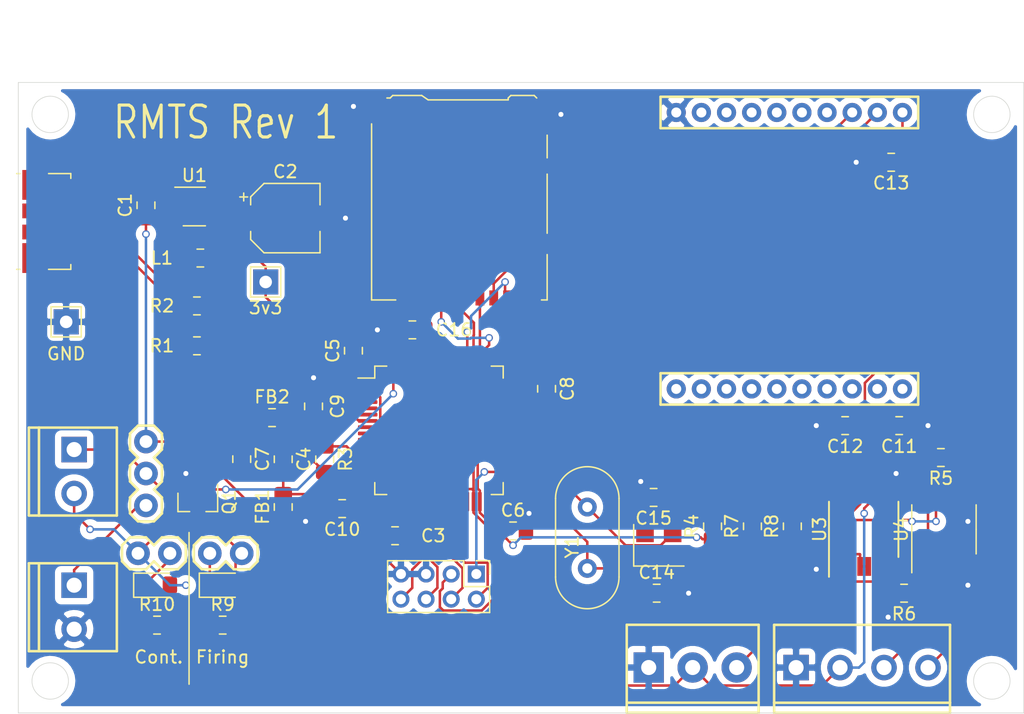
<source format=kicad_pcb>
(kicad_pcb (version 20171130) (host pcbnew "(5.1.2)-2")
  (layers (0 F.Cu signal) (31 B.Cu signal) (34 B.Paste user) (35 F.Paste user) (36 B.SilkS user) (37 F.SilkS user) (38 B.Mask user) (39 F.Mask user) (44 Edge.Cuts user))
  (net 0 "")
  (net 1 GND)
  (net 2 /VBUS)
  (net 3 +3V3)
  (net 4 "Net-(C10-Pad2)")
  (net 5 "Net-(C4-Pad1)")
  (net 6 "Net-(C7-Pad1)")
  (net 7 "Net-(C10-Pad1)")
  (net 8 "Net-(D1-Pad1)")
  (net 9 "Net-(D2-Pad1)")
  (net 10 "Net-(D2-Pad2)")
  (net 11 "Net-(J1-Pad2)")
  (net 12 "Net-(J1-Pad3)")
  (net 13 "Net-(J1-Pad4)")
  (net 14 /RST)
  (net 15 /PTA3)
  (net 16 /PTA2)
  (net 17 /PTA1)
  (net 18 /PTA0)
  (net 19 "Net-(J3-Pad3)")
  (net 20 "Net-(J4-Pad3)")
  (net 21 "Net-(J4-Pad4)")
  (net 22 /SD_CS)
  (net 23 /SD_DI)
  (net 24 /SD_DO)
  (net 25 /SD_CLK)
  (net 26 /DIN)
  (net 27 /DOUT)
  (net 28 "Net-(JP1-Pad4)")
  (net 29 "Net-(JP1-Pad5)")
  (net 30 "Net-(JP1-Pad6)")
  (net 31 "Net-(JP1-Pad7)")
  (net 32 "Net-(JP1-Pad8)")
  (net 33 "Net-(JP1-Pad9)")
  (net 34 "Net-(JP1-Pad11)")
  (net 35 "Net-(JP1-Pad12)")
  (net 36 "Net-(JP1-Pad13)")
  (net 37 "Net-(JP1-Pad14)")
  (net 38 "Net-(JP1-Pad15)")
  (net 39 "Net-(JP1-Pad16)")
  (net 40 "Net-(JP1-Pad17)")
  (net 41 "Net-(JP1-Pad18)")
  (net 42 "Net-(JP1-Pad19)")
  (net 43 "Net-(JP1-Pad20)")
  (net 44 "Net-(L1-Pad1)")
  (net 45 /Fire)
  (net 46 /USBP)
  (net 47 /USBM)
  (net 48 /ASCL)
  (net 49 /FG0)
  (net 50 /LC0)
  (net 51 /ASDA)
  (net 52 /ADRDY)
  (net 53 "Net-(U2-Pad1)")
  (net 54 "Net-(U2-Pad2)")
  (net 55 "Net-(U2-Pad8)")
  (net 56 "Net-(U2-Pad9)")
  (net 57 "Net-(U2-Pad10)")
  (net 58 "Net-(U2-Pad11)")
  (net 59 "Net-(U2-Pad12)")
  (net 60 "Net-(U2-Pad18)")
  (net 61 "Net-(U2-Pad19)")
  (net 62 "Net-(U2-Pad20)")
  (net 63 "Net-(U2-Pad26)")
  (net 64 "Net-(U2-Pad27)")
  (net 65 "Net-(U2-Pad28)")
  (net 66 "Net-(U2-Pad29)")
  (net 67 "Net-(U2-Pad38)")
  (net 68 "Net-(U2-Pad41)")
  (net 69 "Net-(U2-Pad42)")
  (net 70 "Net-(U2-Pad43)")
  (net 71 "Net-(U2-Pad44)")
  (net 72 "Net-(U2-Pad45)")
  (net 73 "Net-(U2-Pad46)")
  (net 74 "Net-(U2-Pad53)")
  (net 75 "Net-(U2-Pad54)")
  (net 76 "Net-(U2-Pad55)")
  (net 77 "Net-(U2-Pad56)")
  (net 78 "Net-(U2-Pad57)")
  (net 79 "Net-(U2-Pad58)")
  (net 80 "Net-(U2-Pad59)")
  (net 81 "Net-(U2-Pad60)")
  (net 82 "Net-(U2-Pad61)")
  (net 83 "Net-(U2-Pad62)")
  (net 84 "Net-(U2-Pad63)")
  (net 85 /ARESET)
  (net 86 "Net-(U3-Pad6)")
  (net 87 "Net-(U3-Pad8)")
  (net 88 "Net-(U3-Pad9)")
  (net 89 /AMP_EN)
  (net 90 "Net-(D1-Pad2)")
  (net 91 "Net-(J5-Pad1)")
  (net 92 /XTAL1)
  (net 93 /XTAL2)
  (net 94 "Net-(J7-Pad9)")
  (net 95 "Net-(J7-Pad8)")
  (net 96 "Net-(J7-Pad1)")
  (net 97 "Net-(J7-Pad10)")
  (module Capacitor_SMD:C_0805_2012Metric_Pad1.15x1.40mm_HandSolder (layer F.Cu) (at 142.24 72 90)
    (fp_text reference C1 (at 0 -1.65 90) (layer F.SilkS))
    (fp_text value 4.7uF)
    (pad 2 smd roundrect (at 1.025 0 90) (size 1.15 1.4) (layers F.Cu F.Paste F.Mask) (roundrect_rratio 0.217391) (net 1 GND))
    (pad 1 smd roundrect (at -1.025 0 90) (size 1.15 1.4) (layers F.Cu F.Paste F.Mask) (roundrect_rratio 0.217391) (net 2 /VBUS))
  )
  (module Capacitor_SMD:CP_Elec_5x3.9 (layer F.Cu) (at 153.33 73.025)
    (fp_text reference C2 (at 0 -3.7) (layer F.SilkS))
    (fp_text value 10uF)
    (pad 1 smd roundrect (at -2.2 0) (size 3 1.6) (layers F.Cu F.Paste F.Mask) (roundrect_rratio 0.15625) (net 3 +3V3))
    (pad 2 smd roundrect (at 2.2 0) (size 3 1.6) (layers F.Cu F.Paste F.Mask) (roundrect_rratio 0.15625) (net 1 GND))
  )
  (module Capacitor_SMD:C_0805_2012Metric_Pad1.15x1.40mm_HandSolder (layer F.Cu) (at 162.061 98.298 180)
    (fp_text reference C3 (at -3.039 0) (layer F.SilkS))
    (fp_text value 0.1uF)
    (pad 2 smd roundrect (at 1.025 0 180) (size 1.15 1.4) (layers F.Cu F.Paste F.Mask) (roundrect_rratio 0.217391) (net 1 GND))
    (pad 1 smd roundrect (at -1.025 0 180) (size 1.15 1.4) (layers F.Cu F.Paste F.Mask) (roundrect_rratio 0.217391) (net 3 +3V3))
  )
  (module Capacitor_SMD:C_0805_2012Metric_Pad1.15x1.40mm_HandSolder (layer F.Cu) (at 153.162 92.211 270)
    (fp_text reference C4 (at 0 -1.65 90) (layer F.SilkS))
    (fp_text value 2.2uF)
    (pad 2 smd roundrect (at 1.025 0 270) (size 1.15 1.4) (layers F.Cu F.Paste F.Mask) (roundrect_rratio 0.217391) (net 4 "Net-(C10-Pad2)"))
    (pad 1 smd roundrect (at -1.025 0 270) (size 1.15 1.4) (layers F.Cu F.Paste F.Mask) (roundrect_rratio 0.217391) (net 5 "Net-(C4-Pad1)"))
  )
  (module Capacitor_SMD:C_0805_2012Metric_Pad1.15x1.40mm_HandSolder (layer F.Cu) (at 158.75 83.575 90)
    (fp_text reference C5 (at 0 -1.65 90) (layer F.SilkS))
    (fp_text value 0.1uF)
    (pad 1 smd roundrect (at -1.025 0 90) (size 1.15 1.4) (layers F.Cu F.Paste F.Mask) (roundrect_rratio 0.217391) (net 3 +3V3))
    (pad 2 smd roundrect (at 1.025 0 90) (size 1.15 1.4) (layers F.Cu F.Paste F.Mask) (roundrect_rratio 0.217391) (net 1 GND))
  )
  (module Capacitor_SMD:C_0805_2012Metric_Pad1.15x1.40mm_HandSolder (layer F.Cu) (at 171.45 97.917)
    (fp_text reference C6 (at 0 -1.65) (layer F.SilkS))
    (fp_text value 0.1uF)
    (pad 1 smd roundrect (at -1.025 0) (size 1.15 1.4) (layers F.Cu F.Paste F.Mask) (roundrect_rratio 0.217391) (net 3 +3V3))
    (pad 2 smd roundrect (at 1.025 0) (size 1.15 1.4) (layers F.Cu F.Paste F.Mask) (roundrect_rratio 0.217391) (net 1 GND))
  )
  (module Capacitor_SMD:C_0805_2012Metric_Pad1.15x1.40mm_HandSolder (layer F.Cu) (at 149.86 92.202 270)
    (fp_text reference C7 (at 0 -1.65 90) (layer F.SilkS))
    (fp_text value 0.1uF)
    (pad 2 smd roundrect (at 1.025 0 270) (size 1.15 1.4) (layers F.Cu F.Paste F.Mask) (roundrect_rratio 0.217391) (net 4 "Net-(C10-Pad2)"))
    (pad 1 smd roundrect (at -1.025 0 270) (size 1.15 1.4) (layers F.Cu F.Paste F.Mask) (roundrect_rratio 0.217391) (net 6 "Net-(C7-Pad1)"))
  )
  (module Capacitor_SMD:C_0805_2012Metric_Pad1.15x1.40mm_HandSolder (layer F.Cu) (at 174.117 86.605 270)
    (fp_text reference C8 (at 0 -1.65 90) (layer F.SilkS))
    (fp_text value 0.1uF)
    (pad 2 smd roundrect (at 1.025 0 270) (size 1.15 1.4) (layers F.Cu F.Paste F.Mask) (roundrect_rratio 0.217391) (net 1 GND))
    (pad 1 smd roundrect (at -1.025 0 270) (size 1.15 1.4) (layers F.Cu F.Paste F.Mask) (roundrect_rratio 0.217391) (net 3 +3V3))
  )
  (module Capacitor_SMD:C_0805_2012Metric_Pad1.15x1.40mm_HandSolder (layer F.Cu) (at 155.575 88.002 90)
    (fp_text reference C9 (at 0 1.905 90) (layer F.SilkS))
    (fp_text value 2.2uF)
    (pad 1 smd roundrect (at -1.025 0 90) (size 1.15 1.4) (layers F.Cu F.Paste F.Mask) (roundrect_rratio 0.217391) (net 3 +3V3))
    (pad 2 smd roundrect (at 1.025 0 90) (size 1.15 1.4) (layers F.Cu F.Paste F.Mask) (roundrect_rratio 0.217391) (net 1 GND))
  )
  (module Capacitor_SMD:C_0805_2012Metric_Pad1.15x1.40mm_HandSolder (layer F.Cu) (at 157.852 96.139 180)
    (fp_text reference C10 (at 0 -1.65) (layer F.SilkS))
    (fp_text value 0.1uF)
    (pad 2 smd roundrect (at 1.025 0 180) (size 1.15 1.4) (layers F.Cu F.Paste F.Mask) (roundrect_rratio 0.217391) (net 4 "Net-(C10-Pad2)"))
    (pad 1 smd roundrect (at -1.025 0 180) (size 1.15 1.4) (layers F.Cu F.Paste F.Mask) (roundrect_rratio 0.217391) (net 7 "Net-(C10-Pad1)"))
  )
  (module Capacitor_SMD:C_0805_2012Metric_Pad1.15x1.40mm_HandSolder (layer F.Cu) (at 202.175 89.535)
    (fp_text reference C11 (at 0 1.651) (layer F.SilkS))
    (fp_text value C)
    (pad 2 smd roundrect (at 1.025 0) (size 1.15 1.4) (layers F.Cu F.Paste F.Mask) (roundrect_rratio 0.217391) (net 1 GND))
    (pad 1 smd roundrect (at -1.025 0) (size 1.15 1.4) (layers F.Cu F.Paste F.Mask) (roundrect_rratio 0.217391) (net 2 /VBUS))
  )
  (module Capacitor_SMD:C_0805_2012Metric_Pad1.15x1.40mm_HandSolder (layer F.Cu) (at 197.875 89.535 180)
    (fp_text reference C12 (at 0 -1.65) (layer F.SilkS))
    (fp_text value C)
    (pad 1 smd roundrect (at -1.025 0 180) (size 1.15 1.4) (layers F.Cu F.Paste F.Mask) (roundrect_rratio 0.217391) (net 3 +3V3))
    (pad 2 smd roundrect (at 1.025 0 180) (size 1.15 1.4) (layers F.Cu F.Paste F.Mask) (roundrect_rratio 0.217391) (net 1 GND))
  )
  (module Capacitor_SMD:C_0805_2012Metric_Pad1.15x1.40mm_HandSolder (layer F.Cu) (at 201.54 68.58 180)
    (fp_text reference C13 (at 0 -1.65) (layer F.SilkS))
    (fp_text value 10uF)
    (pad 1 smd roundrect (at -1.025 0 180) (size 1.15 1.4) (layers F.Cu F.Paste F.Mask) (roundrect_rratio 0.217391) (net 3 +3V3))
    (pad 2 smd roundrect (at 1.025 0 180) (size 1.15 1.4) (layers F.Cu F.Paste F.Mask) (roundrect_rratio 0.217391) (net 1 GND))
  )
  (module LED_SMD:LED_0805_2012Metric_Pad1.15x1.40mm_HandSolder (layer F.Cu) (at 148.345 102.235)
    (fp_text reference D1 hide)
    (fp_text value Firing)
    (pad 2 smd roundrect (at 1.025 0) (size 1.15 1.4) (layers F.Cu F.Paste F.Mask) (roundrect_rratio 0.217391) (net 90 "Net-(D1-Pad2)"))
    (pad 1 smd roundrect (at -1.025 0) (size 1.15 1.4) (layers F.Cu F.Paste F.Mask) (roundrect_rratio 0.217391) (net 8 "Net-(D1-Pad1)"))
  )
  (module LED_SMD:LED_0805_2012Metric_Pad1.15x1.40mm_HandSolder (layer F.Cu) (at 143.12 102.235)
    (fp_text reference D2 hide)
    (fp_text value Continuity)
    (pad 1 smd roundrect (at -1.025 0) (size 1.15 1.4) (layers F.Cu F.Paste F.Mask) (roundrect_rratio 0.217391) (net 9 "Net-(D2-Pad1)"))
    (pad 2 smd roundrect (at 1.025 0) (size 1.15 1.4) (layers F.Cu F.Paste F.Mask) (roundrect_rratio 0.217391) (net 10 "Net-(D2-Pad2)"))
  )
  (module Capacitor_SMD:C_0805_2012Metric_Pad1.15x1.40mm_HandSolder (layer F.Cu) (at 153.162 96.012 90)
    (fp_text reference FB1 (at 0 -1.65 90) (layer F.SilkS))
    (fp_text value Ferrite)
    (pad 1 smd roundrect (at -1.025 0 90) (size 1.15 1.4) (layers F.Cu F.Paste F.Mask) (roundrect_rratio 0.217391) (net 1 GND))
    (pad 2 smd roundrect (at 1.025 0 90) (size 1.15 1.4) (layers F.Cu F.Paste F.Mask) (roundrect_rratio 0.217391) (net 4 "Net-(C10-Pad2)"))
  )
  (module Capacitor_SMD:C_0805_2012Metric_Pad1.15x1.40mm_HandSolder (layer F.Cu) (at 152.273 88.9)
    (fp_text reference FB2 (at 0 -1.65) (layer F.SilkS))
    (fp_text value Ferrite)
    (pad 1 smd roundrect (at -1.025 0) (size 1.15 1.4) (layers F.Cu F.Paste F.Mask) (roundrect_rratio 0.217391) (net 3 +3V3))
    (pad 2 smd roundrect (at 1.025 0) (size 1.15 1.4) (layers F.Cu F.Paste F.Mask) (roundrect_rratio 0.217391) (net 5 "Net-(C4-Pad1)"))
  )
  (module Connector_USB:USB_Micro-B_Molex_47346-0001 (layer F.Cu) (at 134.55 73.29 270)
    (fp_text reference J1 hide)
    (fp_text value USB_B_Mini hide)
    (pad 1 smd rect (at -1.3 -1.46 270) (size 0.45 1.38) (layers F.Cu F.Paste F.Mask) (net 2 /VBUS))
    (pad 2 smd rect (at -0.65 -1.46 270) (size 0.45 1.38) (layers F.Cu F.Paste F.Mask) (net 11 "Net-(J1-Pad2)"))
    (pad 3 smd rect (at 0 -1.46 270) (size 0.45 1.38) (layers F.Cu F.Paste F.Mask) (net 12 "Net-(J1-Pad3)"))
    (pad 4 smd rect (at 0.65 -1.46 270) (size 0.45 1.38) (layers F.Cu F.Paste F.Mask) (net 13 "Net-(J1-Pad4)"))
    (pad 5 smd rect (at 1.3 -1.46 270) (size 0.45 1.38) (layers F.Cu F.Paste F.Mask) (net 1 GND))
    (pad 6 smd rect (at -2.4625 -1.1 270) (size 1.475 2.1) (layers F.Cu F.Paste F.Mask) (net 1 GND))
    (pad 6 smd rect (at 2.4625 -1.1 270) (size 1.475 2.1) (layers F.Cu F.Paste F.Mask) (net 1 GND))
    (pad 6 smd rect (at -2.91 1.2 270) (size 2.375 1.9) (layers F.Cu F.Paste F.Mask) (net 1 GND))
    (pad 6 smd rect (at 2.91 1.2 270) (size 2.375 1.9) (layers F.Cu F.Paste F.Mask) (net 1 GND))
    (pad 6 smd rect (at -0.84 1.2 270) (size 1.175 1.9) (layers F.Cu F.Paste F.Mask) (net 1 GND))
    (pad 6 smd rect (at 0.84 1.2 270) (size 1.175 1.9) (layers F.Cu F.Paste F.Mask) (net 1 GND))
  )
  (module Connector_PinHeader_2.00mm:PinHeader_2x04_P2.00mm_Vertical (layer F.Cu) (at 168.529 101.346 270)
    (fp_text reference J2 hide)
    (fp_text value Programmer)
    (pad 1 thru_hole rect (at 0 0 270) (size 1.35 1.35) (drill 0.8) (layers *.Cu *.Mask) (net 14 /RST))
    (pad 2 thru_hole oval (at 2 0 270) (size 1.35 1.35) (drill 0.8) (layers *.Cu *.Mask) (net 15 /PTA3))
    (pad 3 thru_hole oval (at 0 2 270) (size 1.35 1.35) (drill 0.8) (layers *.Cu *.Mask) (net 3 +3V3))
    (pad 4 thru_hole oval (at 2 2 270) (size 1.35 1.35) (drill 0.8) (layers *.Cu *.Mask) (net 16 /PTA2))
    (pad 5 thru_hole oval (at 0 4 270) (size 1.35 1.35) (drill 0.8) (layers *.Cu *.Mask) (net 1 GND))
    (pad 6 thru_hole oval (at 2 4 270) (size 1.35 1.35) (drill 0.8) (layers *.Cu *.Mask) (net 17 /PTA1))
    (pad 7 thru_hole oval (at 0 6 270) (size 1.35 1.35) (drill 0.8) (layers *.Cu *.Mask) (net 1 GND))
    (pad 8 thru_hole oval (at 2 6 270) (size 1.35 1.35) (drill 0.8) (layers *.Cu *.Mask) (net 18 /PTA0))
  )
  (module SF_RF:XBEE (layer F.Cu) (at 182.43804 75.6158 270)
    (fp_text reference JP1 hide)
    (fp_text value XBEE hide)
    (pad 1 thru_hole circle (at -10.9982 -19.99996 270) (size 1.524 1.524) (drill 0.79756) (layers *.Cu *.Mask) (net 3 +3V3))
    (pad 2 thru_hole circle (at -10.9982 -17.99844 270) (size 1.524 1.524) (drill 0.79756) (layers *.Cu *.Mask) (net 26 /DIN))
    (pad 3 thru_hole circle (at -10.9982 -15.99946 270) (size 1.524 1.524) (drill 0.79756) (layers *.Cu *.Mask) (net 27 /DOUT))
    (pad 4 thru_hole circle (at -10.9982 -13.99794 270) (size 1.524 1.524) (drill 0.79756) (layers *.Cu *.Mask) (net 28 "Net-(JP1-Pad4)"))
    (pad 5 thru_hole circle (at -10.9982 -11.99896 270) (size 1.524 1.524) (drill 0.79756) (layers *.Cu *.Mask) (net 29 "Net-(JP1-Pad5)"))
    (pad 6 thru_hole circle (at -10.9982 -9.99998 270) (size 1.524 1.524) (drill 0.79756) (layers *.Cu *.Mask) (net 30 "Net-(JP1-Pad6)"))
    (pad 7 thru_hole circle (at -10.9982 -7.99846 270) (size 1.524 1.524) (drill 0.79756) (layers *.Cu *.Mask) (net 31 "Net-(JP1-Pad7)"))
    (pad 8 thru_hole circle (at -10.9982 -5.99948 270) (size 1.524 1.524) (drill 0.79756) (layers *.Cu *.Mask) (net 32 "Net-(JP1-Pad8)"))
    (pad 9 thru_hole circle (at -10.9982 -3.99796 270) (size 1.524 1.524) (drill 0.79756) (layers *.Cu *.Mask) (net 33 "Net-(JP1-Pad9)"))
    (pad 10 thru_hole circle (at -10.9982 -1.99898 270) (size 1.524 1.524) (drill 0.79756) (layers *.Cu *.Mask) (net 1 GND))
    (pad 11 thru_hole circle (at 10.9982 -1.99898 270) (size 1.524 1.524) (drill 0.79756) (layers *.Cu *.Mask) (net 34 "Net-(JP1-Pad11)"))
    (pad 12 thru_hole circle (at 10.9982 -3.99796 270) (size 1.524 1.524) (drill 0.79756) (layers *.Cu *.Mask) (net 35 "Net-(JP1-Pad12)"))
    (pad 13 thru_hole circle (at 10.9982 -5.99948 270) (size 1.524 1.524) (drill 0.79756) (layers *.Cu *.Mask) (net 36 "Net-(JP1-Pad13)"))
    (pad 14 thru_hole circle (at 10.9982 -7.99846 270) (size 1.524 1.524) (drill 0.79756) (layers *.Cu *.Mask) (net 37 "Net-(JP1-Pad14)"))
    (pad 15 thru_hole circle (at 10.9982 -9.99998 270) (size 1.524 1.524) (drill 0.79756) (layers *.Cu *.Mask) (net 38 "Net-(JP1-Pad15)"))
    (pad 16 thru_hole circle (at 10.9982 -11.99896 270) (size 1.524 1.524) (drill 0.79756) (layers *.Cu *.Mask) (net 39 "Net-(JP1-Pad16)"))
    (pad 17 thru_hole circle (at 10.9982 -13.99794 270) (size 1.524 1.524) (drill 0.79756) (layers *.Cu *.Mask) (net 40 "Net-(JP1-Pad17)"))
    (pad 18 thru_hole circle (at 10.9982 -15.99946 270) (size 1.524 1.524) (drill 0.79756) (layers *.Cu *.Mask) (net 41 "Net-(JP1-Pad18)"))
    (pad 19 thru_hole circle (at 10.9982 -17.99844 270) (size 1.524 1.524) (drill 0.79756) (layers *.Cu *.Mask) (net 42 "Net-(JP1-Pad19)"))
    (pad 20 thru_hole circle (at 10.9982 -19.99996 270) (size 1.524 1.524) (drill 0.79756) (layers *.Cu *.Mask) (net 43 "Net-(JP1-Pad20)"))
  )
  (module Inductor_SMD:L_0805_2012Metric_Pad1.15x1.40mm_HandSolder (layer F.Cu) (at 146.567 76.2)
    (fp_text reference L1 (at -3.057 0) (layer F.SilkS))
    (fp_text value 1uH)
    (pad 1 smd roundrect (at -1.025 0) (size 1.15 1.4) (layers F.Cu F.Paste F.Mask) (roundrect_rratio 0.217391) (net 44 "Net-(L1-Pad1)"))
    (pad 2 smd roundrect (at 1.025 0) (size 1.15 1.4) (layers F.Cu F.Paste F.Mask) (roundrect_rratio 0.217391) (net 3 +3V3))
  )
  (module Package_TO_SOT_SMD:SOT-23 (layer F.Cu) (at 146.365 95.615 270)
    (fp_text reference Q1 (at 0 -2.5 90) (layer F.SilkS))
    (fp_text value PMV20ENR)
    (pad 1 smd rect (at -1 -0.95 270) (size 0.9 0.8) (layers F.Cu F.Paste F.Mask) (net 45 /Fire))
    (pad 2 smd rect (at -1 0.95 270) (size 0.9 0.8) (layers F.Cu F.Paste F.Mask) (net 1 GND))
    (pad 3 smd rect (at 1 0 270) (size 0.9 0.8) (layers F.Cu F.Paste F.Mask) (net 10 "Net-(D2-Pad2)"))
  )
  (module Resistor_SMD:R_0805_2012Metric_Pad1.15x1.40mm_HandSolder (layer F.Cu) (at 146.295 83.185 180)
    (fp_text reference R1 (at 2.785 0) (layer F.SilkS))
    (fp_text value 33)
    (pad 2 smd roundrect (at 1.025 0 180) (size 1.15 1.4) (layers F.Cu F.Paste F.Mask) (roundrect_rratio 0.217391) (net 12 "Net-(J1-Pad3)"))
    (pad 1 smd roundrect (at -1.025 0 180) (size 1.15 1.4) (layers F.Cu F.Paste F.Mask) (roundrect_rratio 0.217391) (net 46 /USBP))
  )
  (module Resistor_SMD:R_0805_2012Metric_Pad1.15x1.40mm_HandSolder (layer F.Cu) (at 146.295 80.01 180)
    (fp_text reference R2 (at 2.785 0) (layer F.SilkS))
    (fp_text value 33)
    (pad 1 smd roundrect (at -1.025 0 180) (size 1.15 1.4) (layers F.Cu F.Paste F.Mask) (roundrect_rratio 0.217391) (net 47 /USBM))
    (pad 2 smd roundrect (at 1.025 0 180) (size 1.15 1.4) (layers F.Cu F.Paste F.Mask) (roundrect_rratio 0.217391) (net 11 "Net-(J1-Pad2)"))
  )
  (module Resistor_SMD:R_0805_2012Metric_Pad1.15x1.40mm_HandSolder (layer F.Cu) (at 156.464 92.211 90)
    (fp_text reference R3 (at 0 1.651 90) (layer F.SilkS))
    (fp_text value 470)
    (pad 1 smd roundrect (at -1.025 0 90) (size 1.15 1.4) (layers F.Cu F.Paste F.Mask) (roundrect_rratio 0.217391) (net 6 "Net-(C7-Pad1)"))
    (pad 2 smd roundrect (at 1.025 0 90) (size 1.15 1.4) (layers F.Cu F.Paste F.Mask) (roundrect_rratio 0.217391) (net 5 "Net-(C4-Pad1)"))
  )
  (module Resistor_SMD:R_0805_2012Metric_Pad1.15x1.40mm_HandSolder (layer F.Cu) (at 187.325 97.545 90)
    (fp_text reference R4 (at 0 -1.65 90) (layer F.SilkS))
    (fp_text value 1k)
    (pad 1 smd roundrect (at -1.025 0 90) (size 1.15 1.4) (layers F.Cu F.Paste F.Mask) (roundrect_rratio 0.217391) (net 3 +3V3))
    (pad 2 smd roundrect (at 1.025 0 90) (size 1.15 1.4) (layers F.Cu F.Paste F.Mask) (roundrect_rratio 0.217391) (net 48 /ASCL))
  )
  (module Resistor_SMD:R_0805_2012Metric_Pad1.15x1.40mm_HandSolder (layer F.Cu) (at 205.495 92.075 180)
    (fp_text reference R5 (at 0 -1.65) (layer F.SilkS))
    (fp_text value 500k)
    (pad 2 smd roundrect (at 1.025 0 180) (size 1.15 1.4) (layers F.Cu F.Paste F.Mask) (roundrect_rratio 0.217391) (net 49 /FG0))
    (pad 1 smd roundrect (at -1.025 0 180) (size 1.15 1.4) (layers F.Cu F.Paste F.Mask) (roundrect_rratio 0.217391) (net 50 /LC0))
  )
  (module Resistor_SMD:R_0805_2012Metric_Pad1.15x1.40mm_HandSolder (layer F.Cu) (at 202.565 102.87 180)
    (fp_text reference R6 (at 0 -1.65) (layer F.SilkS))
    (fp_text value 1k)
    (pad 1 smd roundrect (at -1.025 0 180) (size 1.15 1.4) (layers F.Cu F.Paste F.Mask) (roundrect_rratio 0.217391) (net 49 /FG0))
    (pad 2 smd roundrect (at 1.025 0 180) (size 1.15 1.4) (layers F.Cu F.Paste F.Mask) (roundrect_rratio 0.217391) (net 1 GND))
  )
  (module Resistor_SMD:R_0805_2012Metric_Pad1.15x1.40mm_HandSolder (layer F.Cu) (at 190.5 97.545 90)
    (fp_text reference R7 (at 0 -1.65 90) (layer F.SilkS))
    (fp_text value 1k)
    (pad 1 smd roundrect (at -1.025 0 90) (size 1.15 1.4) (layers F.Cu F.Paste F.Mask) (roundrect_rratio 0.217391) (net 3 +3V3))
    (pad 2 smd roundrect (at 1.025 0 90) (size 1.15 1.4) (layers F.Cu F.Paste F.Mask) (roundrect_rratio 0.217391) (net 51 /ASDA))
  )
  (module Resistor_SMD:R_0805_2012Metric_Pad1.15x1.40mm_HandSolder (layer F.Cu) (at 193.675 97.545 90)
    (fp_text reference R8 (at 0 -1.65 90) (layer F.SilkS))
    (fp_text value 1k)
    (pad 2 smd roundrect (at 1.025 0 90) (size 1.15 1.4) (layers F.Cu F.Paste F.Mask) (roundrect_rratio 0.217391) (net 52 /ADRDY))
    (pad 1 smd roundrect (at -1.025 0 90) (size 1.15 1.4) (layers F.Cu F.Paste F.Mask) (roundrect_rratio 0.217391) (net 3 +3V3))
  )
  (module Resistor_SMD:R_0805_2012Metric_Pad1.15x1.40mm_HandSolder (layer F.Cu) (at 148.345 105.41)
    (fp_text reference R9 (at 0 -1.65) (layer F.SilkS))
    (fp_text value R_US)
    (pad 2 smd roundrect (at 1.025 0) (size 1.15 1.4) (layers F.Cu F.Paste F.Mask) (roundrect_rratio 0.217391) (net 10 "Net-(D2-Pad2)"))
    (pad 1 smd roundrect (at -1.025 0) (size 1.15 1.4) (layers F.Cu F.Paste F.Mask) (roundrect_rratio 0.217391) (net 8 "Net-(D1-Pad1)"))
  )
  (module Resistor_SMD:R_0805_2012Metric_Pad1.15x1.40mm_HandSolder (layer F.Cu) (at 143.12 105.41)
    (fp_text reference R10 (at 0 -1.65) (layer F.SilkS))
    (fp_text value R_US)
    (pad 2 smd roundrect (at 1.025 0) (size 1.15 1.4) (layers F.Cu F.Paste F.Mask) (roundrect_rratio 0.217391) (net 1 GND))
    (pad 1 smd roundrect (at -1.025 0) (size 1.15 1.4) (layers F.Cu F.Paste F.Mask) (roundrect_rratio 0.217391) (net 9 "Net-(D2-Pad1)"))
  )
  (module TestPoint:TestPoint_THTPad_2.0x2.0mm_Drill1.0mm (layer F.Cu) (at 135.89 81.28)
    (fp_text reference TP1 hide)
    (fp_text value GND (at 0 2.54) (layer F.SilkS))
    (pad 1 thru_hole rect (at 0 0) (size 2 2) (drill 1) (layers *.Cu *.Mask) (net 1 GND))
  )
  (module TestPoint:TestPoint_THTPad_2.0x2.0mm_Drill1.0mm (layer F.Cu) (at 151.765 78.105)
    (fp_text reference TP2 hide)
    (fp_text value 3v3 (at 0 2.05) (layer F.SilkS))
    (pad 1 thru_hole rect (at 0 0) (size 2 2) (drill 1) (layers *.Cu *.Mask) (net 3 +3V3))
  )
  (module Package_TO_SOT_SMD:TSOT-23-5 (layer F.Cu) (at 146.09 72.075)
    (fp_text reference U1 (at 0 -2.45) (layer F.SilkS))
    (fp_text value ADP2108AUJ-3.3)
    (pad 1 smd rect (at -1.31 -0.95) (size 1.22 0.65) (layers F.Cu F.Paste F.Mask) (net 2 /VBUS))
    (pad 2 smd rect (at -1.31 0) (size 1.22 0.65) (layers F.Cu F.Paste F.Mask) (net 1 GND))
    (pad 3 smd rect (at -1.31 0.95) (size 1.22 0.65) (layers F.Cu F.Paste F.Mask) (net 2 /VBUS))
    (pad 4 smd rect (at 1.31 0.95) (size 1.22 0.65) (layers F.Cu F.Paste F.Mask) (net 3 +3V3))
    (pad 5 smd rect (at 1.31 -0.95) (size 1.22 0.65) (layers F.Cu F.Paste F.Mask) (net 44 "Net-(L1-Pad1)"))
  )
  (module Package_QFP:LQFP-64_10x10mm_P0.5mm (layer F.Cu) (at 165.557001 89.910001)
    (fp_text reference U2 hide)
    (fp_text value MK20DX256VLH7)
    (pad 1 smd roundrect (at -5.675 -3.75) (size 1.55 0.3) (layers F.Cu F.Paste F.Mask) (net 53 "Net-(U2-Pad1)"))
    (pad 2 smd roundrect (at -5.675 -3.25) (size 1.55 0.3) (layers F.Cu F.Paste F.Mask) (net 54 "Net-(U2-Pad2)"))
    (pad 3 smd roundrect (at -5.675 -2.75) (size 1.55 0.3) (layers F.Cu F.Paste F.Mask) (net 3 +3V3))
    (pad 4 smd roundrect (at -5.675 -2.25) (size 1.55 0.3) (layers F.Cu F.Paste F.Mask) (net 1 GND))
    (pad 5 smd roundrect (at -5.675 -1.75) (size 1.55 0.3) (layers F.Cu F.Paste F.Mask) (net 46 /USBP))
    (pad 6 smd roundrect (at -5.675 -1.25) (size 1.55 0.3) (layers F.Cu F.Paste F.Mask) (net 47 /USBM))
    (pad 7 smd roundrect (at -5.675 -0.75) (size 1.55 0.3) (layers F.Cu F.Paste F.Mask) (net 3 +3V3))
    (pad 8 smd roundrect (at -5.675 -0.25) (size 1.55 0.3) (layers F.Cu F.Paste F.Mask) (net 55 "Net-(U2-Pad8)"))
    (pad 9 smd roundrect (at -5.675 0.25) (size 1.55 0.3) (layers F.Cu F.Paste F.Mask) (net 56 "Net-(U2-Pad9)"))
    (pad 10 smd roundrect (at -5.675 0.75) (size 1.55 0.3) (layers F.Cu F.Paste F.Mask) (net 57 "Net-(U2-Pad10)"))
    (pad 11 smd roundrect (at -5.675 1.25) (size 1.55 0.3) (layers F.Cu F.Paste F.Mask) (net 58 "Net-(U2-Pad11)"))
    (pad 12 smd roundrect (at -5.675 1.75) (size 1.55 0.3) (layers F.Cu F.Paste F.Mask) (net 59 "Net-(U2-Pad12)"))
    (pad 13 smd roundrect (at -5.675 2.25) (size 1.55 0.3) (layers F.Cu F.Paste F.Mask) (net 5 "Net-(C4-Pad1)"))
    (pad 14 smd roundrect (at -5.675 2.75) (size 1.55 0.3) (layers F.Cu F.Paste F.Mask) (net 6 "Net-(C7-Pad1)"))
    (pad 15 smd roundrect (at -5.675 3.25) (size 1.55 0.3) (layers F.Cu F.Paste F.Mask) (net 4 "Net-(C10-Pad2)"))
    (pad 16 smd roundrect (at -5.675 3.75) (size 1.55 0.3) (layers F.Cu F.Paste F.Mask) (net 4 "Net-(C10-Pad2)"))
    (pad 17 smd roundrect (at -3.75 5.675) (size 0.3 1.55) (layers F.Cu F.Paste F.Mask) (net 7 "Net-(C10-Pad1)"))
    (pad 18 smd roundrect (at -3.25 5.675) (size 0.3 1.55) (layers F.Cu F.Paste F.Mask) (net 60 "Net-(U2-Pad18)"))
    (pad 19 smd roundrect (at -2.75 5.675) (size 0.3 1.55) (layers F.Cu F.Paste F.Mask) (net 61 "Net-(U2-Pad19)"))
    (pad 20 smd roundrect (at -2.25 5.675) (size 0.3 1.55) (layers F.Cu F.Paste F.Mask) (net 62 "Net-(U2-Pad20)"))
    (pad 21 smd roundrect (at -1.75 5.675) (size 0.3 1.55) (layers F.Cu F.Paste F.Mask) (net 3 +3V3))
    (pad 22 smd roundrect (at -1.25 5.675) (size 0.3 1.55) (layers F.Cu F.Paste F.Mask) (net 18 /PTA0))
    (pad 23 smd roundrect (at -0.75 5.675) (size 0.3 1.55) (layers F.Cu F.Paste F.Mask) (net 17 /PTA1))
    (pad 24 smd roundrect (at -0.25 5.675) (size 0.3 1.55) (layers F.Cu F.Paste F.Mask) (net 16 /PTA2))
    (pad 25 smd roundrect (at 0.25 5.675) (size 0.3 1.55) (layers F.Cu F.Paste F.Mask) (net 15 /PTA3))
    (pad 26 smd roundrect (at 0.75 5.675) (size 0.3 1.55) (layers F.Cu F.Paste F.Mask) (net 63 "Net-(U2-Pad26)"))
    (pad 27 smd roundrect (at 1.25 5.675) (size 0.3 1.55) (layers F.Cu F.Paste F.Mask) (net 64 "Net-(U2-Pad27)"))
    (pad 28 smd roundrect (at 1.75 5.675) (size 0.3 1.55) (layers F.Cu F.Paste F.Mask) (net 65 "Net-(U2-Pad28)"))
    (pad 29 smd roundrect (at 2.25 5.675) (size 0.3 1.55) (layers F.Cu F.Paste F.Mask) (net 66 "Net-(U2-Pad29)"))
    (pad 30 smd roundrect (at 2.75 5.675) (size 0.3 1.55) (layers F.Cu F.Paste F.Mask) (net 3 +3V3))
    (pad 31 smd roundrect (at 3.25 5.675) (size 0.3 1.55) (layers F.Cu F.Paste F.Mask) (net 1 GND))
    (pad 32 smd roundrect (at 3.75 5.675) (size 0.3 1.55) (layers F.Cu F.Paste F.Mask) (net 92 /XTAL1))
    (pad 33 smd roundrect (at 5.675 3.75) (size 1.55 0.3) (layers F.Cu F.Paste F.Mask) (net 93 /XTAL2))
    (pad 34 smd roundrect (at 5.675 3.25) (size 1.55 0.3) (layers F.Cu F.Paste F.Mask) (net 14 /RST))
    (pad 35 smd roundrect (at 5.675 2.75) (size 1.55 0.3) (layers F.Cu F.Paste F.Mask) (net 48 /ASCL))
    (pad 36 smd roundrect (at 5.675 2.25) (size 1.55 0.3) (layers F.Cu F.Paste F.Mask) (net 51 /ASDA))
    (pad 37 smd roundrect (at 5.675 1.75) (size 1.55 0.3) (layers F.Cu F.Paste F.Mask) (net 52 /ADRDY))
    (pad 38 smd roundrect (at 5.675 1.25) (size 1.55 0.3) (layers F.Cu F.Paste F.Mask) (net 67 "Net-(U2-Pad38)"))
    (pad 39 smd roundrect (at 5.675 0.75) (size 1.55 0.3) (layers F.Cu F.Paste F.Mask) (net 26 /DIN))
    (pad 40 smd roundrect (at 5.675 0.25) (size 1.55 0.3) (layers F.Cu F.Paste F.Mask) (net 27 /DOUT))
    (pad 41 smd roundrect (at 5.675 -0.25) (size 1.55 0.3) (layers F.Cu F.Paste F.Mask) (net 68 "Net-(U2-Pad41)"))
    (pad 42 smd roundrect (at 5.675 -0.75) (size 1.55 0.3) (layers F.Cu F.Paste F.Mask) (net 69 "Net-(U2-Pad42)"))
    (pad 43 smd roundrect (at 5.675 -1.25) (size 1.55 0.3) (layers F.Cu F.Paste F.Mask) (net 70 "Net-(U2-Pad43)"))
    (pad 44 smd roundrect (at 5.675 -1.75) (size 1.55 0.3) (layers F.Cu F.Paste F.Mask) (net 71 "Net-(U2-Pad44)"))
    (pad 45 smd roundrect (at 5.675 -2.25) (size 1.55 0.3) (layers F.Cu F.Paste F.Mask) (net 72 "Net-(U2-Pad45)"))
    (pad 46 smd roundrect (at 5.675 -2.75) (size 1.55 0.3) (layers F.Cu F.Paste F.Mask) (net 73 "Net-(U2-Pad46)"))
    (pad 47 smd roundrect (at 5.675 -3.25) (size 1.55 0.3) (layers F.Cu F.Paste F.Mask) (net 1 GND))
    (pad 48 smd roundrect (at 5.675 -3.75) (size 1.55 0.3) (layers F.Cu F.Paste F.Mask) (net 3 +3V3))
    (pad 49 smd roundrect (at 3.75 -5.675) (size 0.3 1.55) (layers F.Cu F.Paste F.Mask) (net 22 /SD_CS))
    (pad 50 smd roundrect (at 3.25 -5.675) (size 0.3 1.55) (layers F.Cu F.Paste F.Mask) (net 25 /SD_CLK))
    (pad 51 smd roundrect (at 2.75 -5.675) (size 0.3 1.55) (layers F.Cu F.Paste F.Mask) (net 23 /SD_DI))
    (pad 52 smd roundrect (at 2.25 -5.675) (size 0.3 1.55) (layers F.Cu F.Paste F.Mask) (net 24 /SD_DO))
    (pad 53 smd roundrect (at 1.75 -5.675) (size 0.3 1.55) (layers F.Cu F.Paste F.Mask) (net 74 "Net-(U2-Pad53)"))
    (pad 54 smd roundrect (at 1.25 -5.675) (size 0.3 1.55) (layers F.Cu F.Paste F.Mask) (net 75 "Net-(U2-Pad54)"))
    (pad 55 smd roundrect (at 0.75 -5.675) (size 0.3 1.55) (layers F.Cu F.Paste F.Mask) (net 76 "Net-(U2-Pad55)"))
    (pad 56 smd roundrect (at 0.25 -5.675) (size 0.3 1.55) (layers F.Cu F.Paste F.Mask) (net 77 "Net-(U2-Pad56)"))
    (pad 57 smd roundrect (at -0.25 -5.675) (size 0.3 1.55) (layers F.Cu F.Paste F.Mask) (net 78 "Net-(U2-Pad57)"))
    (pad 58 smd roundrect (at -0.75 -5.675) (size 0.3 1.55) (layers F.Cu F.Paste F.Mask) (net 79 "Net-(U2-Pad58)"))
    (pad 59 smd roundrect (at -1.25 -5.675) (size 0.3 1.55) (layers F.Cu F.Paste F.Mask) (net 80 "Net-(U2-Pad59)"))
    (pad 60 smd roundrect (at -1.75 -5.675) (size 0.3 1.55) (layers F.Cu F.Paste F.Mask) (net 81 "Net-(U2-Pad60)"))
    (pad 61 smd roundrect (at -2.25 -5.675) (size 0.3 1.55) (layers F.Cu F.Paste F.Mask) (net 82 "Net-(U2-Pad61)"))
    (pad 62 smd roundrect (at -2.75 -5.675) (size 0.3 1.55) (layers F.Cu F.Paste F.Mask) (net 83 "Net-(U2-Pad62)"))
    (pad 63 smd roundrect (at -3.25 -5.675) (size 0.3 1.55) (layers F.Cu F.Paste F.Mask) (net 84 "Net-(U2-Pad63)"))
    (pad 64 smd roundrect (at -3.75 -5.675) (size 0.3 1.55) (layers F.Cu F.Paste F.Mask) (net 45 /Fire))
  )
  (module Package_SO:TSSOP-16_4.4x5mm_P0.65mm (layer F.Cu) (at 199.39 97.79 90)
    (fp_text reference U3 (at 0 -3.55 90) (layer F.SilkS))
    (fp_text value ADS1219)
    (pad 1 smd rect (at -2.95 -2.275 90) (size 1.5 0.45) (layers F.Cu F.Paste F.Mask) (net 1 GND))
    (pad 2 smd rect (at -2.95 -1.625 90) (size 1.5 0.45) (layers F.Cu F.Paste F.Mask) (net 1 GND))
    (pad 3 smd rect (at -2.95 -0.975 90) (size 1.5 0.45) (layers F.Cu F.Paste F.Mask) (net 85 /ARESET))
    (pad 4 smd rect (at -2.95 -0.325 90) (size 1.5 0.45) (layers F.Cu F.Paste F.Mask) (net 1 GND))
    (pad 5 smd rect (at -2.95 0.325 90) (size 1.5 0.45) (layers F.Cu F.Paste F.Mask) (net 1 GND))
    (pad 6 smd rect (at -2.95 0.975 90) (size 1.5 0.45) (layers F.Cu F.Paste F.Mask) (net 86 "Net-(U3-Pad6)"))
    (pad 7 smd rect (at -2.95 1.625 90) (size 1.5 0.45) (layers F.Cu F.Paste F.Mask) (net 19 "Net-(J3-Pad3)"))
    (pad 8 smd rect (at -2.95 2.275 90) (size 1.5 0.45) (layers F.Cu F.Paste F.Mask) (net 87 "Net-(U3-Pad8)"))
    (pad 9 smd rect (at 2.95 2.275 90) (size 1.5 0.45) (layers F.Cu F.Paste F.Mask) (net 88 "Net-(U3-Pad9)"))
    (pad 10 smd rect (at 2.95 1.625 90) (size 1.5 0.45) (layers F.Cu F.Paste F.Mask) (net 1 GND))
    (pad 11 smd rect (at 2.95 0.975 90) (size 1.5 0.45) (layers F.Cu F.Paste F.Mask) (net 50 /LC0))
    (pad 12 smd rect (at 2.95 0.325 90) (size 1.5 0.45) (layers F.Cu F.Paste F.Mask) (net 2 /VBUS))
    (pad 13 smd rect (at 2.95 -0.325 90) (size 1.5 0.45) (layers F.Cu F.Paste F.Mask) (net 3 +3V3))
    (pad 14 smd rect (at 2.95 -0.975 90) (size 1.5 0.45) (layers F.Cu F.Paste F.Mask) (net 52 /ADRDY))
    (pad 15 smd rect (at 2.95 -1.625 90) (size 1.5 0.45) (layers F.Cu F.Paste F.Mask) (net 51 /ASDA))
    (pad 16 smd rect (at 2.95 -2.275 90) (size 1.5 0.45) (layers F.Cu F.Paste F.Mask) (net 48 /ASCL))
  )
  (module Package_SO:SOIC-8_3.9x4.9mm_P1.27mm (layer F.Cu) (at 205.74 97.79 90)
    (fp_text reference U4 (at 0 -3.4 90) (layer F.SilkS))
    (fp_text value MCP6N11)
    (pad 1 smd roundrect (at -2.475 -1.905 90) (size 1.95 0.6) (layers F.Cu F.Paste F.Mask) (net 49 /FG0))
    (pad 2 smd roundrect (at -2.475 -0.635 90) (size 1.95 0.6) (layers F.Cu F.Paste F.Mask) (net 21 "Net-(J4-Pad4)"))
    (pad 3 smd roundrect (at -2.475 0.635 90) (size 1.95 0.6) (layers F.Cu F.Paste F.Mask) (net 20 "Net-(J4-Pad3)"))
    (pad 4 smd roundrect (at -2.475 1.905 90) (size 1.95 0.6) (layers F.Cu F.Paste F.Mask) (net 1 GND))
    (pad 5 smd roundrect (at 2.475 1.905 90) (size 1.95 0.6) (layers F.Cu F.Paste F.Mask) (net 1 GND))
    (pad 6 smd roundrect (at 2.475 0.635 90) (size 1.95 0.6) (layers F.Cu F.Paste F.Mask) (net 50 /LC0))
    (pad 7 smd roundrect (at 2.475 -0.635 90) (size 1.95 0.6) (layers F.Cu F.Paste F.Mask) (net 3 +3V3))
    (pad 8 smd roundrect (at 2.475 -1.905 90) (size 1.95 0.6) (layers F.Cu F.Paste F.Mask) (net 89 /AMP_EN))
  )
  (module Crystal:Crystal_HC49-U_Vertical (layer F.Cu) (at 177.35804 100.89388 90)
    (fp_text reference Y1 (at 1.70688 -1.20904 90) (layer F.SilkS))
    (fp_text value "16 Mhz")
    (pad 1 thru_hole circle (at 0 0 90) (size 1.5 1.5) (drill 0.8) (layers *.Cu *.Mask) (net 92 /XTAL1))
    (pad 2 thru_hole circle (at 4.88 0 90) (size 1.5 1.5) (drill 0.8) (layers *.Cu *.Mask) (net 93 /XTAL2))
  )
  (module Connectors:SCREWTERMINAL-3.5MM-3 (layer F.Cu) (at 182.245 108.78312)
    (fp_text reference J3 hide)
    (fp_text value Screw_Terminal_01x03 hide)
    (pad 1 thru_hole rect (at 0 0) (size 2.413 2.413) (drill 1.19888) (layers *.Cu *.Mask) (net 1 GND))
    (pad 2 thru_hole circle (at 3.49758 0) (size 2.413 2.413) (drill 1.19888) (layers *.Cu *.Mask) (net 2 /VBUS))
    (pad 3 thru_hole circle (at 6.9977 0) (size 2.413 2.413) (drill 1.19888) (layers *.Cu *.Mask) (net 19 "Net-(J3-Pad3)"))
  )
  (module Connectors:SCREWTERMINAL-3.5MM-4 (layer F.Cu) (at 193.97218 108.7882)
    (fp_text reference J4 hide)
    (fp_text value Screw_Terminal_01x04 hide)
    (pad 1 thru_hole rect (at 0 0) (size 2.032 2.032) (drill 1.19888) (layers *.Cu *.Mask) (net 1 GND))
    (pad 2 thru_hole circle (at 3.49758 0) (size 2.032 2.032) (drill 1.19888) (layers *.Cu *.Mask) (net 2 /VBUS))
    (pad 3 thru_hole circle (at 6.9977 0) (size 2.032 2.032) (drill 1.19888) (layers *.Cu *.Mask) (net 20 "Net-(J4-Pad3)"))
    (pad 4 thru_hole circle (at 10.49782 0) (size 2.032 2.032) (drill 1.19888) (layers *.Cu *.Mask) (net 21 "Net-(J4-Pad4)"))
  )
  (module Connectors:SCREWTERMINAL-3.5MM-2 (layer F.Cu) (at 136.525 102.235 270)
    (fp_text reference J5 hide)
    (fp_text value Screw_Terminal_01x02 hide)
    (pad 2 thru_hole circle (at 3.49758 0 270) (size 2.032 2.032) (drill 1.19888) (layers *.Cu *.Mask) (net 1 GND))
    (pad 1 thru_hole rect (at 0 0 270) (size 2.032 2.032) (drill 1.19888) (layers *.Cu *.Mask) (net 91 "Net-(J5-Pad1)"))
  )
  (module Connectors:SCREWTERMINAL-3.5MM-2 (layer F.Cu) (at 136.525 91.44 270)
    (fp_text reference J6 hide)
    (fp_text value Screw_Terminal_01x02 hide)
    (pad 1 thru_hole rect (at 0 0 270) (size 2.032 2.032) (drill 1.19888) (layers *.Cu *.Mask) (net 90 "Net-(D1-Pad2)"))
    (pad 2 thru_hole circle (at 3.49758 0 270) (size 2.032 2.032) (drill 1.19888) (layers *.Cu *.Mask) (net 10 "Net-(D2-Pad2)"))
  )
  (module Connectors:1X03 (layer F.Cu) (at 142.24 95.885 90)
    (fp_text reference J8 hide)
    (fp_text value CONN_03 hide)
    (pad 1 thru_hole circle (at 0 0 90) (size 1.8796 1.8796) (drill 1.016) (layers *.Cu *.Mask) (net 91 "Net-(J5-Pad1)"))
    (pad 2 thru_hole circle (at 2.54 0 90) (size 1.8796 1.8796) (drill 1.016) (layers *.Cu *.Mask) (net 90 "Net-(D1-Pad2)"))
    (pad 3 thru_hole circle (at 5.08 0 90) (size 1.8796 1.8796) (drill 1.016) (layers *.Cu *.Mask) (net 2 /VBUS))
  )
  (module Capacitor_SMD:C_0805_2012Metric_Pad1.15x1.40mm_HandSolder (layer F.Cu) (at 182.88 102.87)
    (fp_text reference C14 (at 0 -1.65) (layer F.SilkS))
    (fp_text value 12pF)
    (pad 1 smd roundrect (at -1.025 0) (size 1.15 1.4) (layers F.Cu F.Paste F.Mask) (roundrect_rratio 0.217391) (net 92 /XTAL1))
    (pad 2 smd roundrect (at 1.025 0) (size 1.15 1.4) (layers F.Cu F.Paste F.Mask) (roundrect_rratio 0.217391) (net 1 GND))
  )
  (module Capacitor_SMD:C_0805_2012Metric_Pad1.15x1.40mm_HandSolder (layer F.Cu) (at 182.635 95.25 180)
    (fp_text reference C15 (at 0 -1.65) (layer F.SilkS))
    (fp_text value 12pF)
    (pad 2 smd roundrect (at 1.025 0 180) (size 1.15 1.4) (layers F.Cu F.Paste F.Mask) (roundrect_rratio 0.217391) (net 1 GND))
    (pad 1 smd roundrect (at -1.025 0 180) (size 1.15 1.4) (layers F.Cu F.Paste F.Mask) (roundrect_rratio 0.217391) (net 93 /XTAL2))
  )
  (module Capacitor_SMD:C_0805_2012Metric_Pad1.15x1.40mm_HandSolder (layer F.Cu) (at 163.44 81.915 180)
    (fp_text reference C16 (at -3.311 0) (layer F.SilkS))
    (fp_text value 0.1uF)
    (pad 1 smd roundrect (at -1.025 0 180) (size 1.15 1.4) (layers F.Cu F.Paste F.Mask) (roundrect_rratio 0.217391) (net 3 +3V3))
    (pad 2 smd roundrect (at 1.025 0 180) (size 1.15 1.4) (layers F.Cu F.Paste F.Mask) (roundrect_rratio 0.217391) (net 1 GND))
  )
  (module Connector_Card:microSD_HC_Hirose_DM3AT-SF-PEJM5 (layer F.Cu) (at 167.18848 71.65 180)
    (fp_text reference J7 hide)
    (fp_text value Micro_SD_Card_Det_Hirose_DM3AT)
    (pad 9 smd rect (at -5.875 -7.725 180) (size 0.7 1.2) (layers F.Cu F.Paste F.Mask) (net 94 "Net-(J7-Pad9)"))
    (pad 8 smd rect (at -4.925 -7.725 180) (size 0.7 1.2) (layers F.Cu F.Paste F.Mask) (net 95 "Net-(J7-Pad8)"))
    (pad 1 smd rect (at 2.775 -7.725 180) (size 0.7 1.2) (layers F.Cu F.Paste F.Mask) (net 96 "Net-(J7-Pad1)"))
    (pad 2 smd rect (at 1.675 -7.725 180) (size 0.7 1.2) (layers F.Cu F.Paste F.Mask) (net 22 /SD_CS))
    (pad 3 smd rect (at 0.575 -7.725 180) (size 0.7 1.2) (layers F.Cu F.Paste F.Mask) (net 23 /SD_DI))
    (pad 4 smd rect (at -0.525 -7.725 180) (size 0.7 1.2) (layers F.Cu F.Paste F.Mask) (net 3 +3V3))
    (pad 5 smd rect (at -1.625 -7.725 180) (size 0.7 1.2) (layers F.Cu F.Paste F.Mask) (net 25 /SD_CLK))
    (pad 6 smd rect (at -2.725 -7.725 180) (size 0.7 1.2) (layers F.Cu F.Paste F.Mask) (net 1 GND))
    (pad 7 smd rect (at -3.825 -7.725 180) (size 0.7 1.2) (layers F.Cu F.Paste F.Mask) (net 24 /SD_DO))
    (pad 11 smd rect (at 4.325 -7.725 180) (size 1 1.2) (layers F.Cu F.Paste F.Mask) (net 1 GND))
    (pad 11 smd rect (at -6.825 -3.425 180) (size 1 1.2) (layers F.Cu F.Paste F.Mask) (net 1 GND))
    (pad 10 smd rect (at -6.825 2.775 180) (size 1 0.8) (layers F.Cu F.Paste F.Mask) (net 97 "Net-(J7-Pad10)"))
    (pad 11 smd rect (at -6.825 6.925 180) (size 1 2.8) (layers F.Cu F.Paste F.Mask) (net 1 GND))
    (pad 11 smd rect (at 6.675 7.375 180) (size 1.3 1.9) (layers F.Cu F.Paste F.Mask) (net 1 GND))
  )
  (module Crystal:Crystal_SMD_3225-4Pin_3.2x2.5mm (layer F.Cu) (at 183.05 99.06)
    (fp_text reference Y2 hide)
    (fp_text value Crystal_GND24_Small)
    (pad 1 smd rect (at -1.1 0.85) (size 1.4 1.2) (layers F.Cu F.Paste F.Mask) (net 92 /XTAL1))
    (pad 2 smd rect (at 1.1 0.85) (size 1.4 1.2) (layers F.Cu F.Paste F.Mask) (net 1 GND))
    (pad 3 smd rect (at 1.1 -0.85) (size 1.4 1.2) (layers F.Cu F.Paste F.Mask) (net 93 /XTAL2))
    (pad 4 smd rect (at -1.1 -0.85) (size 1.4 1.2) (layers F.Cu F.Paste F.Mask) (net 1 GND))
  )
  (module Connectors:1X02 (layer F.Cu) (at 147.32 99.695)
    (fp_text reference J9 hide)
    (fp_text value CONN_02 hide)
    (pad 1 thru_hole circle (at 0 0) (size 1.8796 1.8796) (drill 1.016) (layers *.Cu *.Mask) (net 8 "Net-(D1-Pad1)"))
    (pad 2 thru_hole circle (at 2.54 0) (size 1.8796 1.8796) (drill 1.016) (layers *.Cu *.Mask) (net 90 "Net-(D1-Pad2)"))
  )
  (module Connectors:1X02 (layer F.Cu) (at 141.605 99.695)
    (fp_text reference J10 hide)
    (fp_text value CONN_02 hide)
    (pad 2 thru_hole circle (at 2.54 0) (size 1.8796 1.8796) (drill 1.016) (layers *.Cu *.Mask) (net 9 "Net-(D2-Pad1)"))
    (pad 1 thru_hole circle (at 0 0) (size 1.8796 1.8796) (drill 1.016) (layers *.Cu *.Mask) (net 10 "Net-(D2-Pad2)"))
  )
  (gr_line (start 145.669 98.044) (end 145.669 110.109) (layer F.SilkS) (width 0.12))
  (gr_text Cont. (at 143.256 107.95) (layer F.SilkS) (effects (font (size 1 1))))
  (gr_text "Firing\n" (at 148.336 107.95) (layer F.SilkS) (effects (font (size 1 1))))
  (gr_circle (center 209.55 64.77) (end 211 64.77) (layer Edge.Cuts) (width 0.05))
  (gr_circle (center 209.55 109.855) (end 211 109.855) (layer Edge.Cuts) (width 0.05))
  (gr_circle (center 134.62 109.855) (end 136.07 109.855) (layer Edge.Cuts) (width 0.05))
  (gr_circle (center 134.62 64.77) (end 136.07 64.77) (layer Edge.Cuts) (width 0.05))
  (gr_text "RMTS Rev 1" (at 148.59 65.405) (layer F.SilkS) (effects (font (size 2.54 2) (thickness 0.25))))
  (gr_line (start 132.08 112.395) (end 132.08 62.23) (layer Edge.Cuts) (width 0.05))
  (gr_line (start 212.09 112.395) (end 132.08 112.395) (layer Edge.Cuts) (width 0.05))
  (gr_line (start 212.09 62.23) (end 212.09 112.395) (layer Edge.Cuts) (width 0.05))
  (gr_line (start 132.08 62.23) (end 212.09 62.23) (layer Edge.Cuts) (width 0.05))
  (segment (start 173.147001 86.660001) (end 171.232001 86.660001) (width 0.2) (layer F.Cu) (net 1))
  (segment (start 174.117 87.63) (end 173.147001 86.660001) (width 0.2) (layer F.Cu) (net 1))
  (segment (start 162.415 79.82348) (end 162.86348 79.375) (width 0.2) (layer F.Cu) (net 1))
  (segment (start 162.415 81.915) (end 162.415 79.82348) (width 0.2) (layer F.Cu) (net 1))
  (segment (start 171.851628 97.293628) (end 172.475 97.917) (width 0.2) (layer F.Cu) (net 1))
  (segment (start 171.524618 96.966618) (end 171.851628 97.293628) (width 0.2) (layer F.Cu) (net 1))
  (segment (start 169.313618 96.966618) (end 171.524618 96.966618) (width 0.2) (layer F.Cu) (net 1))
  (segment (start 168.807001 96.460001) (end 169.313618 96.966618) (width 0.2) (layer F.Cu) (net 1))
  (segment (start 168.807001 95.585001) (end 168.807001 96.460001) (width 0.2) (layer F.Cu) (net 1))
  (segment (start 143.521628 106.033372) (end 144.145 105.41) (width 0.2) (layer F.Cu) (net 1))
  (segment (start 142.806421 106.748579) (end 143.521628 106.033372) (width 0.2) (layer F.Cu) (net 1))
  (segment (start 137.540999 106.748579) (end 142.806421 106.748579) (width 0.2) (layer F.Cu) (net 1))
  (segment (start 136.525 105.73258) (end 137.540999 106.748579) (width 0.2) (layer F.Cu) (net 1))
  (segment (start 156.375 86.977) (end 155.575 86.977) (width 0.2) (layer F.Cu) (net 1))
  (segment (start 158.324 86.977) (end 156.375 86.977) (width 0.2) (layer F.Cu) (net 1))
  (segment (start 159.007001 87.660001) (end 158.324 86.977) (width 0.2) (layer F.Cu) (net 1))
  (segment (start 159.882001 87.660001) (end 159.007001 87.660001) (width 0.2) (layer F.Cu) (net 1))
  (segment (start 143.34 72.075) (end 144.78 72.075) (width 0.2) (layer F.Cu) (net 1))
  (segment (start 142.24 70.975) (end 143.34 72.075) (width 0.2) (layer F.Cu) (net 1))
  (segment (start 184.15 102.625) (end 183.905 102.87) (width 0.2) (layer F.Cu) (net 1))
  (segment (start 184.15 99.91) (end 184.15 102.625) (width 0.2) (layer F.Cu) (net 1))
  (segment (start 181.95 95.59) (end 181.61 95.25) (width 0.2) (layer F.Cu) (net 1))
  (segment (start 181.95 98.21) (end 181.95 95.59) (width 0.2) (layer F.Cu) (net 1))
  (segment (start 170.357001 86.660001) (end 171.232001 86.660001) (width 0.2) (layer F.Cu) (net 1))
  (segment (start 168.636999 88.380003) (end 170.357001 86.660001) (width 0.2) (layer F.Cu) (net 1))
  (segment (start 168.636999 94.539999) (end 168.636999 88.380003) (width 0.2) (layer F.Cu) (net 1))
  (segment (start 168.807001 94.710001) (end 168.636999 94.539999) (width 0.2) (layer F.Cu) (net 1))
  (segment (start 168.807001 95.585001) (end 168.807001 94.710001) (width 0.2) (layer F.Cu) (net 1))
  (segment (start 173.31348 75.075) (end 174.01348 75.075) (width 0.2) (layer F.Cu) (net 1))
  (segment (start 173.065038 75.075) (end 173.31348 75.075) (width 0.2) (layer F.Cu) (net 1))
  (segment (start 169.91348 78.226558) (end 173.065038 75.075) (width 0.2) (layer F.Cu) (net 1))
  (segment (start 169.91348 79.375) (end 169.91348 78.226558) (width 0.2) (layer F.Cu) (net 1))
  (segment (start 169.907911 78.220989) (end 169.91348 78.226558) (width 0.2) (layer F.Cu) (net 1))
  (segment (start 163.217491 78.220989) (end 169.907911 78.220989) (width 0.2) (layer F.Cu) (net 1))
  (segment (start 162.86348 78.575) (end 163.217491 78.220989) (width 0.2) (layer F.Cu) (net 1))
  (segment (start 162.86348 79.375) (end 162.86348 78.575) (width 0.2) (layer F.Cu) (net 1))
  (segment (start 197.115 100.74) (end 197.765 100.74) (width 0.2) (layer F.Cu) (net 1))
  (segment (start 199.065 99.79) (end 199.065 100.74) (width 0.2) (layer F.Cu) (net 1))
  (segment (start 199.037999 99.762999) (end 199.065 99.79) (width 0.2) (layer F.Cu) (net 1))
  (segment (start 197.792001 99.762999) (end 199.037999 99.762999) (width 0.2) (layer F.Cu) (net 1))
  (segment (start 197.765 99.79) (end 197.792001 99.762999) (width 0.2) (layer F.Cu) (net 1))
  (segment (start 197.765 100.74) (end 197.765 99.79) (width 0.2) (layer F.Cu) (net 1))
  (segment (start 199.065 100.74) (end 199.715 100.74) (width 0.2) (layer F.Cu) (net 1))
  (segment (start 135.89 78.8575) (end 135.89 81.28) (width 0.2) (layer F.Cu) (net 1))
  (segment (start 135.89 76.93) (end 135.89 78.8575) (width 0.2) (layer F.Cu) (net 1))
  (segment (start 135.65 76.69) (end 135.89 76.93) (width 0.2) (layer F.Cu) (net 1))
  (segment (start 135.65 75.7525) (end 135.65 76.69) (width 0.2) (layer F.Cu) (net 1))
  (segment (start 135.2025 76.2) (end 135.65 75.7525) (width 0.2) (layer F.Cu) (net 1))
  (segment (start 133.35 76.2) (end 135.2025 76.2) (width 0.2) (layer F.Cu) (net 1))
  (segment (start 136.01 75.3925) (end 135.65 75.7525) (width 0.2) (layer F.Cu) (net 1))
  (segment (start 136.01 74.59) (end 136.01 75.3925) (width 0.2) (layer F.Cu) (net 1))
  (segment (start 133.35 74.13) (end 133.35 76.2) (width 0.2) (layer F.Cu) (net 1))
  (segment (start 133.35 72.45) (end 133.35 74.13) (width 0.2) (layer F.Cu) (net 1))
  (segment (start 133.35 70.38) (end 133.35 72.45) (width 0.2) (layer F.Cu) (net 1))
  (segment (start 134.9475 70.8275) (end 135.65 70.8275) (width 0.2) (layer F.Cu) (net 1))
  (segment (start 134.5 70.38) (end 134.9475 70.8275) (width 0.2) (layer F.Cu) (net 1))
  (segment (start 133.35 70.38) (end 134.5 70.38) (width 0.2) (layer F.Cu) (net 1))
  (segment (start 142.0925 70.8275) (end 142.24 70.975) (width 0.2) (layer F.Cu) (net 1))
  (segment (start 135.65 70.8275) (end 142.0925 70.8275) (width 0.2) (layer F.Cu) (net 1))
  (segment (start 155.53 73.025) (end 158.115 73.025) (width 0.2) (layer F.Cu) (net 1))
  (via (at 158.115 73.025) (size 0.6) (drill 0.4) (layers F.Cu B.Cu) (net 1))
  (segment (start 159.66348 64.275) (end 159.52348 64.135) (width 0.2) (layer F.Cu) (net 1))
  (segment (start 160.51348 64.275) (end 159.66348 64.275) (width 0.2) (layer F.Cu) (net 1))
  (via (at 158.75 64.135) (size 0.6) (drill 0.4) (layers F.Cu B.Cu) (net 1))
  (segment (start 159.52348 64.135) (end 158.75 64.135) (width 0.2) (layer F.Cu) (net 1))
  (via (at 160.655 81.915) (size 0.6) (drill 0.4) (layers F.Cu B.Cu) (net 1))
  (segment (start 160.02 82.55) (end 160.655 81.915) (width 0.2) (layer F.Cu) (net 1))
  (segment (start 158.75 82.55) (end 160.02 82.55) (width 0.2) (layer F.Cu) (net 1))
  (segment (start 160.655 81.915) (end 162.415 81.915) (width 0.2) (layer F.Cu) (net 1))
  (via (at 175.26 64.77) (size 0.6) (drill 0.4) (layers F.Cu B.Cu) (net 1))
  (segment (start 175.215 64.725) (end 175.26 64.77) (width 0.2) (layer F.Cu) (net 1))
  (segment (start 174.01348 64.725) (end 175.215 64.725) (width 0.2) (layer F.Cu) (net 1))
  (via (at 204.47 89.535) (size 0.6) (drill 0.4) (layers F.Cu B.Cu) (net 1))
  (via (at 195.58 89.535) (size 0.6) (drill 0.4) (layers F.Cu B.Cu) (net 1))
  (segment (start 195.58 89.535) (end 196.85 89.535) (width 0.2) (layer F.Cu) (net 1))
  (segment (start 203.2 89.535) (end 204.47 89.535) (width 0.2) (layer F.Cu) (net 1))
  (via (at 207.645 102.235) (size 0.6) (drill 0.4) (layers F.Cu B.Cu) (net 1))
  (segment (start 207.645 100.265) (end 207.645 102.235) (width 0.2) (layer F.Cu) (net 1))
  (via (at 207.645 97.155) (size 0.6) (drill 0.4) (layers F.Cu B.Cu) (net 1))
  (segment (start 207.645 95.315) (end 207.645 97.155) (width 0.2) (layer F.Cu) (net 1))
  (via (at 195.58 100.965) (size 0.6) (drill 0.4) (layers F.Cu B.Cu) (net 1))
  (segment (start 196.89 100.965) (end 197.115 100.74) (width 0.2) (layer F.Cu) (net 1))
  (segment (start 195.58 100.965) (end 196.89 100.965) (width 0.2) (layer F.Cu) (net 1))
  (via (at 201.295 104.775) (size 0.6) (drill 0.4) (layers F.Cu B.Cu) (net 1))
  (segment (start 201.54 104.53) (end 201.295 104.775) (width 0.2) (layer F.Cu) (net 1))
  (segment (start 201.54 102.87) (end 201.54 104.53) (width 0.2) (layer F.Cu) (net 1))
  (via (at 201.93 93.345) (size 0.6) (drill 0.4) (layers F.Cu B.Cu) (net 1))
  (segment (start 201.505736 93.345) (end 201.93 93.345) (width 0.2) (layer F.Cu) (net 1))
  (segment (start 201.015 93.835736) (end 201.505736 93.345) (width 0.2) (layer F.Cu) (net 1))
  (segment (start 201.015 94.84) (end 201.015 93.835736) (width 0.2) (layer F.Cu) (net 1))
  (via (at 181.61 93.98) (size 0.6) (drill 0.4) (layers F.Cu B.Cu) (net 1))
  (segment (start 181.61 93.98) (end 181.61 95.25) (width 0.2) (layer F.Cu) (net 1))
  (via (at 172.72 96.52) (size 0.6) (drill 0.4) (layers F.Cu B.Cu) (net 1))
  (segment (start 172.72 97.672) (end 172.475 97.917) (width 0.2) (layer F.Cu) (net 1))
  (segment (start 172.72 96.52) (end 172.72 97.672) (width 0.2) (layer F.Cu) (net 1))
  (via (at 145.415 93.345) (size 0.6) (drill 0.4) (layers F.Cu B.Cu) (net 1))
  (via (at 154.94 97.155) (size 0.6) (drill 0.4) (layers F.Cu B.Cu) (net 1))
  (segment (start 154.822 97.037) (end 154.94 97.155) (width 0.2) (layer F.Cu) (net 1))
  (segment (start 153.162 97.037) (end 154.822 97.037) (width 0.2) (layer F.Cu) (net 1))
  (segment (start 145.415 93.345) (end 145.415 94.615) (width 0.2) (layer F.Cu) (net 1))
  (via (at 198.755 68.58) (size 0.6) (drill 0.4) (layers F.Cu B.Cu) (net 1))
  (segment (start 198.755 68.58) (end 200.515 68.58) (width 0.2) (layer F.Cu) (net 1))
  (via (at 155.575 85.725) (size 0.6) (drill 0.4) (layers F.Cu B.Cu) (net 1))
  (segment (start 155.575 85.725) (end 155.575 86.977) (width 0.2) (layer F.Cu) (net 1))
  (segment (start 161.036 99.853) (end 162.529 101.346) (width 0.2) (layer F.Cu) (net 1))
  (segment (start 161.036 98.298) (end 161.036 99.853) (width 0.2) (layer F.Cu) (net 1))
  (via (at 185.42 102.87) (size 0.6) (drill 0.4) (layers F.Cu B.Cu) (net 1))
  (segment (start 183.905 102.87) (end 185.42 102.87) (width 0.2) (layer F.Cu) (net 1))
  (segment (start 199.715 90.97) (end 201.15 89.535) (width 0.2) (layer F.Cu) (net 2))
  (segment (start 199.715 94.84) (end 199.715 90.97) (width 0.2) (layer F.Cu) (net 2))
  (segment (start 145.59 71.125) (end 144.78 71.125) (width 0.2) (layer F.Cu) (net 2))
  (segment (start 145.617001 71.152001) (end 145.59 71.125) (width 0.2) (layer F.Cu) (net 2))
  (segment (start 145.617001 72.997999) (end 145.617001 71.152001) (width 0.2) (layer F.Cu) (net 2))
  (segment (start 145.59 73.025) (end 145.617001 72.997999) (width 0.2) (layer F.Cu) (net 2))
  (segment (start 144.78 73.025) (end 145.59 73.025) (width 0.2) (layer F.Cu) (net 2))
  (segment (start 142.24 73.025) (end 144.78 73.025) (width 0.2) (layer F.Cu) (net 2))
  (segment (start 142.005 73.26) (end 142.24 73.025) (width 0.2) (layer F.Cu) (net 2))
  (segment (start 142.24 73.025) (end 142.24 74.295) (width 0.2) (layer F.Cu) (net 2))
  (via (at 142.24 74.295) (size 0.6) (drill 0.4) (layers F.Cu B.Cu) (net 2))
  (segment (start 142.24 74.295) (end 142.24 90.805) (width 0.2) (layer B.Cu) (net 2))
  (segment (start 199.715 95.79) (end 199.39 96.115) (width 0.2) (layer F.Cu) (net 2))
  (segment (start 199.715 94.84) (end 199.715 95.79) (width 0.2) (layer F.Cu) (net 2))
  (via (at 199.39 96.52) (size 0.6) (drill 0.4) (layers F.Cu B.Cu) (net 2))
  (segment (start 199.39 96.115) (end 199.39 96.52) (width 0.2) (layer F.Cu) (net 2))
  (segment (start 199.39 108.37418) (end 198.97598 108.7882) (width 0.2) (layer B.Cu) (net 2))
  (segment (start 199.39 96.52) (end 199.39 108.37418) (width 0.2) (layer B.Cu) (net 2))
  (segment (start 141.205 71.99) (end 142.24 73.025) (width 0.2) (layer F.Cu) (net 2))
  (segment (start 136.01 71.99) (end 141.205 71.99) (width 0.2) (layer F.Cu) (net 2))
  (segment (start 198.97598 108.7882) (end 197.46976 108.7882) (width 0.2) (layer B.Cu) (net 2))
  (segment (start 186.949079 109.989619) (end 185.74258 108.78312) (width 0.2) (layer F.Cu) (net 2))
  (segment (start 187.176081 110.216621) (end 186.949079 109.989619) (width 0.2) (layer F.Cu) (net 2))
  (segment (start 196.041339 110.216621) (end 187.176081 110.216621) (width 0.2) (layer F.Cu) (net 2))
  (segment (start 197.46976 108.7882) (end 196.041339 110.216621) (width 0.2) (layer F.Cu) (net 2))
  (segment (start 184.536081 109.989619) (end 185.74258 108.78312) (width 0.2) (layer F.Cu) (net 2))
  (segment (start 184.309079 110.216621) (end 184.536081 109.989619) (width 0.2) (layer F.Cu) (net 2))
  (segment (start 152.23499 97.559586) (end 164.892025 110.216621) (width 0.2) (layer F.Cu) (net 2))
  (segment (start 152.23499 97.480028) (end 152.23499 97.559586) (width 0.2) (layer F.Cu) (net 2))
  (segment (start 164.892025 110.216621) (end 184.309079 110.216621) (width 0.2) (layer F.Cu) (net 2))
  (segment (start 145.559962 90.805) (end 152.23499 97.480028) (width 0.2) (layer F.Cu) (net 2))
  (segment (start 142.24 90.805) (end 145.559962 90.805) (width 0.2) (layer F.Cu) (net 2))
  (segment (start 169.801628 97.293628) (end 170.425 97.917) (width 0.2) (layer F.Cu) (net 3))
  (segment (start 169.140628 97.293628) (end 169.801628 97.293628) (width 0.2) (layer F.Cu) (net 3))
  (segment (start 168.307001 96.460001) (end 169.140628 97.293628) (width 0.2) (layer F.Cu) (net 3))
  (segment (start 168.307001 95.585001) (end 168.307001 96.460001) (width 0.2) (layer F.Cu) (net 3))
  (segment (start 173.536999 86.160001) (end 174.117 85.58) (width 0.2) (layer F.Cu) (net 3))
  (segment (start 171.232001 86.160001) (end 173.536999 86.160001) (width 0.2) (layer F.Cu) (net 3))
  (segment (start 167.71348 79.125) (end 167.71348 79.375) (width 0.2) (layer F.Cu) (net 3))
  (segment (start 167.136479 78.547999) (end 167.71348 79.125) (width 0.2) (layer F.Cu) (net 3))
  (segment (start 163.881879 78.547999) (end 167.136479 78.547999) (width 0.2) (layer F.Cu) (net 3))
  (segment (start 163.836479 78.593399) (end 163.881879 78.547999) (width 0.2) (layer F.Cu) (net 3))
  (segment (start 163.836479 81.286479) (end 163.836479 78.593399) (width 0.2) (layer F.Cu) (net 3))
  (segment (start 164.465 81.915) (end 163.836479 81.286479) (width 0.2) (layer F.Cu) (net 3))
  (segment (start 202.438 68.453) (end 202.565 68.58) (width 0.2) (layer F.Cu) (net 3))
  (segment (start 202.438 64.6176) (end 202.438 68.453) (width 0.2) (layer F.Cu) (net 3))
  (segment (start 187.325 98.57) (end 190.5 98.57) (width 0.2) (layer F.Cu) (net 3))
  (segment (start 190.5 98.57) (end 193.675 98.57) (width 0.2) (layer F.Cu) (net 3))
  (segment (start 199.065 89.7) (end 198.9 89.535) (width 0.2) (layer F.Cu) (net 3))
  (segment (start 199.065 94.84) (end 199.065 89.7) (width 0.2) (layer F.Cu) (net 3))
  (segment (start 199.065 95.79) (end 199.065 94.84) (width 0.2) (layer F.Cu) (net 3))
  (segment (start 193.675 98.57) (end 196.285 98.57) (width 0.2) (layer F.Cu) (net 3))
  (segment (start 147.4 73.025) (end 151.13 73.025) (width 0.2) (layer F.Cu) (net 3))
  (segment (start 147.4 76.008) (end 147.592 76.2) (width 0.2) (layer F.Cu) (net 3))
  (segment (start 147.4 73.025) (end 147.4 76.008) (width 0.2) (layer F.Cu) (net 3))
  (segment (start 151.765 76.905) (end 151.765 78.105) (width 0.2) (layer F.Cu) (net 3))
  (segment (start 151.06 76.2) (end 151.765 76.905) (width 0.2) (layer F.Cu) (net 3))
  (segment (start 147.592 76.2) (end 151.06 76.2) (width 0.2) (layer F.Cu) (net 3))
  (segment (start 159.373372 85.223372) (end 158.75 84.6) (width 0.2) (layer F.Cu) (net 3))
  (segment (start 160.14748 85.223372) (end 159.373372 85.223372) (width 0.2) (layer F.Cu) (net 3))
  (segment (start 160.884011 85.959903) (end 160.14748 85.223372) (width 0.2) (layer F.Cu) (net 3))
  (segment (start 160.884011 87.032991) (end 160.884011 85.959903) (width 0.2) (layer F.Cu) (net 3))
  (segment (start 160.757001 87.160001) (end 160.884011 87.032991) (width 0.2) (layer F.Cu) (net 3))
  (segment (start 159.179893 89.160001) (end 159.882001 89.160001) (width 0.2) (layer F.Cu) (net 3))
  (segment (start 159.046892 89.027) (end 159.179893 89.160001) (width 0.2) (layer F.Cu) (net 3))
  (segment (start 155.575 89.027) (end 159.046892 89.027) (width 0.2) (layer F.Cu) (net 3))
  (segment (start 163.807001 97.576999) (end 163.086 98.298) (width 0.2) (layer F.Cu) (net 3))
  (segment (start 163.807001 95.585001) (end 163.807001 97.576999) (width 0.2) (layer F.Cu) (net 3))
  (segment (start 160.757001 89.160001) (end 159.882001 89.160001) (width 0.2) (layer F.Cu) (net 3))
  (segment (start 160.884011 89.032991) (end 160.757001 89.160001) (width 0.2) (layer F.Cu) (net 3))
  (segment (start 160.884011 87.287011) (end 160.884011 89.032991) (width 0.2) (layer F.Cu) (net 3))
  (segment (start 160.757001 87.160001) (end 160.884011 87.287011) (width 0.2) (layer F.Cu) (net 3))
  (segment (start 159.882001 87.160001) (end 160.757001 87.160001) (width 0.2) (layer F.Cu) (net 3))
  (segment (start 163.807001 94.710001) (end 163.807001 95.585001) (width 0.2) (layer F.Cu) (net 3))
  (segment (start 163.807001 92.382893) (end 163.807001 94.710001) (width 0.2) (layer F.Cu) (net 3))
  (segment (start 160.584109 89.160001) (end 163.807001 92.382893) (width 0.2) (layer F.Cu) (net 3))
  (segment (start 159.882001 89.160001) (end 160.584109 89.160001) (width 0.2) (layer F.Cu) (net 3))
  (segment (start 168.179991 94.582991) (end 168.307001 94.710001) (width 0.2) (layer F.Cu) (net 3))
  (segment (start 163.807001 94.710001) (end 163.934011 94.582991) (width 0.2) (layer F.Cu) (net 3))
  (segment (start 163.934011 94.582991) (end 168.179991 94.582991) (width 0.2) (layer F.Cu) (net 3))
  (segment (start 163.841628 82.538372) (end 164.465 81.915) (width 0.2) (layer F.Cu) (net 3))
  (segment (start 163.53799 82.84201) (end 163.841628 82.538372) (width 0.2) (layer F.Cu) (net 3))
  (segment (start 161.997884 82.84201) (end 163.53799 82.84201) (width 0.2) (layer F.Cu) (net 3))
  (segment (start 160.14748 84.692414) (end 161.997884 82.84201) (width 0.2) (layer F.Cu) (net 3))
  (segment (start 160.14748 85.223372) (end 160.14748 84.692414) (width 0.2) (layer F.Cu) (net 3))
  (segment (start 168.307001 94.710001) (end 168.307001 95.585001) (width 0.2) (layer F.Cu) (net 3))
  (segment (start 168.307001 88.210001) (end 168.307001 94.710001) (width 0.2) (layer F.Cu) (net 3))
  (segment (start 170.357001 86.160001) (end 168.307001 88.210001) (width 0.2) (layer F.Cu) (net 3))
  (segment (start 171.232001 86.160001) (end 170.357001 86.160001) (width 0.2) (layer F.Cu) (net 3))
  (segment (start 157.95 84.6) (end 158.75 84.6) (width 0.2) (layer F.Cu) (net 3))
  (segment (start 157.06 84.6) (end 157.95 84.6) (width 0.2) (layer F.Cu) (net 3))
  (segment (start 151.765 79.305) (end 157.06 84.6) (width 0.2) (layer F.Cu) (net 3))
  (segment (start 151.765 78.105) (end 151.765 79.305) (width 0.2) (layer F.Cu) (net 3))
  (segment (start 165.854001 102.020999) (end 166.529 101.346) (width 0.2) (layer F.Cu) (net 3))
  (segment (start 165.854001 102.48346) (end 165.854001 102.020999) (width 0.2) (layer F.Cu) (net 3))
  (segment (start 165.626999 102.710462) (end 165.854001 102.48346) (width 0.2) (layer F.Cu) (net 3))
  (segment (start 165.626999 103.974959) (end 165.626999 102.710462) (width 0.2) (layer F.Cu) (net 3))
  (segment (start 168.961961 104.248001) (end 165.900041 104.248001) (width 0.2) (layer F.Cu) (net 3))
  (segment (start 170.425 102.784962) (end 168.961961 104.248001) (width 0.2) (layer F.Cu) (net 3))
  (segment (start 165.900041 104.248001) (end 165.626999 103.974959) (width 0.2) (layer F.Cu) (net 3))
  (segment (start 170.425 97.917) (end 170.425 102.784962) (width 0.2) (layer F.Cu) (net 3))
  (segment (start 198.9 88.735) (end 198.9 89.535) (width 0.2) (layer F.Cu) (net 3))
  (segment (start 199.447479 88.187521) (end 198.9 88.735) (width 0.2) (layer F.Cu) (net 3))
  (segment (start 199.447479 86.139279) (end 199.447479 88.187521) (width 0.2) (layer F.Cu) (net 3))
  (segment (start 202.565 83.021758) (end 199.447479 86.139279) (width 0.2) (layer F.Cu) (net 3))
  (segment (start 202.565 68.58) (end 202.565 83.021758) (width 0.2) (layer F.Cu) (net 3))
  (segment (start 186.525 98.57) (end 186.38 98.425) (width 0.2) (layer F.Cu) (net 3))
  (segment (start 187.325 98.57) (end 186.525 98.57) (width 0.2) (layer F.Cu) (net 3))
  (via (at 186.055 98.425) (size 0.6) (drill 0.4) (layers F.Cu B.Cu) (net 3))
  (segment (start 186.38 98.425) (end 186.055 98.425) (width 0.2) (layer F.Cu) (net 3))
  (segment (start 186.055 98.425) (end 172.085 98.425) (width 0.2) (layer B.Cu) (net 3))
  (segment (start 172.085 98.425) (end 171.45 99.06) (width 0.2) (layer B.Cu) (net 3))
  (via (at 171.45 99.06) (size 0.6) (drill 0.4) (layers F.Cu B.Cu) (net 3))
  (segment (start 170.425 98.035) (end 171.45 99.06) (width 0.2) (layer F.Cu) (net 3))
  (segment (start 170.425 97.917) (end 170.425 98.035) (width 0.2) (layer F.Cu) (net 3))
  (segment (start 198.647001 97.047001) (end 203.092001 97.047001) (width 0.2) (layer F.Cu) (net 3))
  (segment (start 198.2275 96.6275) (end 198.647001 97.047001) (width 0.2) (layer F.Cu) (net 3))
  (segment (start 198.2275 96.6275) (end 199.065 95.79) (width 0.2) (layer F.Cu) (net 3))
  (segment (start 196.285 98.57) (end 198.2275 96.6275) (width 0.2) (layer F.Cu) (net 3))
  (segment (start 203.092001 97.047001) (end 203.2 97.155) (width 0.2) (layer F.Cu) (net 3))
  (via (at 203.2 97.155) (size 0.6) (drill 0.4) (layers F.Cu B.Cu) (net 3))
  (segment (start 203.2 97.155) (end 205.105 97.155) (width 0.2) (layer B.Cu) (net 3))
  (via (at 205.105 97.155) (size 0.6) (drill 0.4) (layers F.Cu B.Cu) (net 3))
  (segment (start 205.105 95.315) (end 205.105 97.155) (width 0.2) (layer F.Cu) (net 3))
  (segment (start 146.968628 76.823372) (end 147.592 76.2) (width 0.2) (layer F.Cu) (net 3))
  (segment (start 146.07201 77.71999) (end 146.968628 76.823372) (width 0.2) (layer F.Cu) (net 3))
  (segment (start 146.07201 87.479471) (end 146.07201 77.71999) (width 0.2) (layer F.Cu) (net 3))
  (segment (start 147.492539 88.9) (end 146.07201 87.479471) (width 0.2) (layer F.Cu) (net 3))
  (segment (start 151.248 88.9) (end 147.492539 88.9) (width 0.2) (layer F.Cu) (net 3))
  (segment (start 159.882001 93.160001) (end 159.882001 93.660001) (width 0.2) (layer F.Cu) (net 4))
  (segment (start 157.403002 96.139) (end 156.827 96.139) (width 0.2) (layer F.Cu) (net 4))
  (segment (start 159.882001 93.660001) (end 157.403002 96.139) (width 0.2) (layer F.Cu) (net 4))
  (segment (start 153.153 93.227) (end 153.162 93.236) (width 0.2) (layer F.Cu) (net 4))
  (segment (start 149.86 93.227) (end 153.153 93.227) (width 0.2) (layer F.Cu) (net 4))
  (segment (start 153.162 93.236) (end 153.162 94.987) (width 0.2) (layer F.Cu) (net 4))
  (segment (start 155.675 94.987) (end 156.827 96.139) (width 0.2) (layer F.Cu) (net 4))
  (segment (start 153.162 94.987) (end 155.675 94.987) (width 0.2) (layer F.Cu) (net 4))
  (segment (start 159.759011 92.037011) (end 159.882001 92.160001) (width 0.2) (layer F.Cu) (net 5))
  (segment (start 159.056903 92.037011) (end 159.759011 92.037011) (width 0.2) (layer F.Cu) (net 5))
  (segment (start 156.464 91.186) (end 158.205892 91.186) (width 0.2) (layer F.Cu) (net 5))
  (segment (start 158.205892 91.186) (end 159.056903 92.037011) (width 0.2) (layer F.Cu) (net 5))
  (segment (start 153.962 91.186) (end 156.464 91.186) (width 0.2) (layer F.Cu) (net 5))
  (segment (start 153.162 91.186) (end 153.962 91.186) (width 0.2) (layer F.Cu) (net 5))
  (segment (start 153.298 91.05) (end 153.162 91.186) (width 0.2) (layer F.Cu) (net 5))
  (segment (start 153.298 88.9) (end 153.298 91.05) (width 0.2) (layer F.Cu) (net 5))
  (segment (start 159.007001 92.660001) (end 159.882001 92.660001) (width 0.2) (layer F.Cu) (net 6))
  (segment (start 157.839999 92.660001) (end 159.007001 92.660001) (width 0.2) (layer F.Cu) (net 6))
  (segment (start 157.264 93.236) (end 157.839999 92.660001) (width 0.2) (layer F.Cu) (net 6))
  (segment (start 156.464 93.236) (end 157.264 93.236) (width 0.2) (layer F.Cu) (net 6))
  (segment (start 150.483372 91.800372) (end 149.86 91.177) (width 0.2) (layer F.Cu) (net 6))
  (segment (start 151.11699 92.43399) (end 150.483372 91.800372) (width 0.2) (layer F.Cu) (net 6))
  (segment (start 155.66199 92.43399) (end 151.11699 92.43399) (width 0.2) (layer F.Cu) (net 6))
  (segment (start 156.464 93.236) (end 155.66199 92.43399) (width 0.2) (layer F.Cu) (net 6))
  (segment (start 159.430999 95.585001) (end 158.877 96.139) (width 0.2) (layer F.Cu) (net 7))
  (segment (start 161.807001 95.585001) (end 159.430999 95.585001) (width 0.2) (layer F.Cu) (net 7))
  (segment (start 147.32 105.41) (end 147.32 102.235) (width 0.2) (layer F.Cu) (net 8))
  (segment (start 147.32 102.235) (end 147.32 99.695) (width 0.2) (layer F.Cu) (net 8))
  (segment (start 141.471628 104.786628) (end 142.095 105.41) (width 0.2) (layer F.Cu) (net 9))
  (segment (start 141.471628 102.858372) (end 141.471628 104.786628) (width 0.2) (layer F.Cu) (net 9))
  (segment (start 142.095 102.235) (end 141.471628 102.858372) (width 0.2) (layer F.Cu) (net 9))
  (segment (start 144.145 100.185) (end 144.145 99.695) (width 0.2) (layer F.Cu) (net 9))
  (segment (start 142.095 102.235) (end 144.145 100.185) (width 0.2) (layer F.Cu) (net 9))
  (segment (start 144.685 96.615) (end 146.365 96.615) (width 0.2) (layer F.Cu) (net 10))
  (segment (start 141.605 99.695) (end 144.685 96.615) (width 0.2) (layer F.Cu) (net 10))
  (segment (start 148.746628 106.033372) (end 149.37 105.41) (width 0.2) (layer F.Cu) (net 10))
  (segment (start 148.44299 106.33701) (end 148.746628 106.033372) (width 0.2) (layer F.Cu) (net 10))
  (segment (start 146.797414 106.33701) (end 148.44299 106.33701) (width 0.2) (layer F.Cu) (net 10))
  (segment (start 144.145 103.684596) (end 146.797414 106.33701) (width 0.2) (layer F.Cu) (net 10))
  (segment (start 144.145 102.235) (end 144.145 103.684596) (width 0.2) (layer F.Cu) (net 10))
  (segment (start 136.525 94.93758) (end 136.525 96.37442) (width 0.2) (layer F.Cu) (net 10))
  (segment (start 136.525 96.37442) (end 136.525 96.52) (width 0.2) (layer F.Cu) (net 10))
  (segment (start 136.525 96.52) (end 137.795 97.79) (width 0.2) (layer F.Cu) (net 10))
  (via (at 137.795 97.79) (size 0.6) (drill 0.4) (layers F.Cu B.Cu) (net 10))
  (segment (start 139.7 97.79) (end 141.605 99.695) (width 0.2) (layer B.Cu) (net 10))
  (segment (start 137.795 97.79) (end 139.7 97.79) (width 0.2) (layer B.Cu) (net 10))
  (segment (start 141.605 99.695) (end 144.145 102.235) (width 0.2) (layer B.Cu) (net 10))
  (segment (start 144.145 102.235) (end 145.415 102.235) (width 0.2) (layer B.Cu) (net 10))
  (via (at 145.415 102.235) (size 0.6) (drill 0.4) (layers F.Cu B.Cu) (net 10))
  (segment (start 144.145 102.235) (end 145.415 102.235) (width 0.2) (layer F.Cu) (net 10))
  (segment (start 145.27 79.74) (end 145.27 80.01) (width 0.2) (layer F.Cu) (net 11))
  (segment (start 136.01 72.64) (end 138.17 72.64) (width 0.2) (layer F.Cu) (net 11))
  (segment (start 138.17 72.64) (end 145.27 79.74) (width 0.2) (layer F.Cu) (net 11))
  (segment (start 144.646628 82.561628) (end 145.27 83.185) (width 0.2) (layer F.Cu) (net 12))
  (segment (start 144.46799 82.38299) (end 144.646628 82.561628) (width 0.2) (layer F.Cu) (net 12))
  (segment (start 144.46799 79.804388) (end 144.46799 82.38299) (width 0.2) (layer F.Cu) (net 12))
  (segment (start 137.953602 73.29) (end 139.329301 74.665699) (width 0.2) (layer F.Cu) (net 12))
  (segment (start 136.01 73.29) (end 137.953602 73.29) (width 0.2) (layer F.Cu) (net 12))
  (segment (start 139.223602 74.56) (end 139.329301 74.665699) (width 0.2) (layer F.Cu) (net 12))
  (segment (start 139.329301 74.665699) (end 144.46799 79.804388) (width 0.2) (layer F.Cu) (net 12))
  (segment (start 168.529 101.346) (end 168.529 100.471) (width 0.2) (layer B.Cu) (net 14))
  (segment (start 168.529 100.471) (end 168.529 93.853) (width 0.2) (layer B.Cu) (net 14))
  (segment (start 168.529 93.853) (end 169.164 93.218) (width 0.2) (layer B.Cu) (net 14))
  (via (at 169.164 93.218) (size 0.6) (drill 0.4) (layers F.Cu B.Cu) (net 14))
  (segment (start 171.174002 93.218) (end 171.232001 93.160001) (width 0.2) (layer F.Cu) (net 14))
  (segment (start 169.164 93.218) (end 171.174002 93.218) (width 0.2) (layer F.Cu) (net 14))
  (segment (start 169.431001 100.489399) (end 169.385601 100.443999) (width 0.2) (layer F.Cu) (net 15))
  (segment (start 168.529 103.346) (end 169.431001 102.443999) (width 0.2) (layer F.Cu) (net 15))
  (segment (start 169.431001 102.443999) (end 169.431001 100.489399) (width 0.2) (layer F.Cu) (net 15))
  (segment (start 169.385601 100.443999) (end 167.626999 100.443999) (width 0.2) (layer F.Cu) (net 15))
  (segment (start 165.807001 98.624001) (end 165.807001 95.585001) (width 0.2) (layer F.Cu) (net 15))
  (segment (start 167.626999 100.443999) (end 165.807001 98.624001) (width 0.2) (layer F.Cu) (net 15))
  (segment (start 167.431001 102.443999) (end 167.431001 100.883001) (width 0.2) (layer F.Cu) (net 16))
  (segment (start 166.529 103.346) (end 167.431001 102.443999) (width 0.2) (layer F.Cu) (net 16))
  (segment (start 165.307001 98.759001) (end 165.307001 95.585001) (width 0.2) (layer F.Cu) (net 16))
  (segment (start 167.431001 100.883001) (end 165.307001 98.759001) (width 0.2) (layer F.Cu) (net 16))
  (segment (start 164.807001 96.460001) (end 164.807001 95.585001) (width 0.2) (layer F.Cu) (net 17))
  (segment (start 164.807001 100.164001) (end 164.807001 96.460001) (width 0.2) (layer F.Cu) (net 17))
  (segment (start 165.431001 100.788001) (end 164.807001 100.164001) (width 0.2) (layer F.Cu) (net 17))
  (segment (start 165.431001 102.443999) (end 165.431001 100.788001) (width 0.2) (layer F.Cu) (net 17))
  (segment (start 164.529 103.346) (end 165.431001 102.443999) (width 0.2) (layer F.Cu) (net 17))
  (segment (start 163.431001 102.443999) (end 163.431001 100.982999) (width 0.2) (layer F.Cu) (net 18))
  (segment (start 162.529 103.346) (end 163.431001 102.443999) (width 0.2) (layer F.Cu) (net 18))
  (segment (start 164.307001 100.106999) (end 164.307001 95.585001) (width 0.2) (layer F.Cu) (net 18))
  (segment (start 163.431001 100.982999) (end 164.307001 100.106999) (width 0.2) (layer F.Cu) (net 18))
  (segment (start 201.015 101.69) (end 201.015 100.74) (width 0.2) (layer F.Cu) (net 19))
  (segment (start 200.76201 101.94299) (end 201.015 101.69) (width 0.2) (layer F.Cu) (net 19))
  (segment (start 189.2427 108.78312) (end 196.08283 101.94299) (width 0.2) (layer F.Cu) (net 19))
  (segment (start 196.08283 101.94299) (end 200.76201 101.94299) (width 0.2) (layer F.Cu) (net 19))
  (segment (start 206.375 103.38308) (end 200.96988 108.7882) (width 0.2) (layer F.Cu) (net 20))
  (segment (start 206.375 100.265) (end 206.375 103.38308) (width 0.2) (layer F.Cu) (net 20))
  (segment (start 205.105 99.19) (end 205.105 100.265) (width 0.2) (layer F.Cu) (net 21))
  (segment (start 205.23201 99.06299) (end 205.105 99.19) (width 0.2) (layer F.Cu) (net 21))
  (segment (start 206.681164 99.06299) (end 205.23201 99.06299) (width 0.2) (layer F.Cu) (net 21))
  (segment (start 206.90201 99.283836) (end 206.681164 99.06299) (width 0.2) (layer F.Cu) (net 21))
  (segment (start 206.90201 106.35619) (end 206.90201 99.283836) (width 0.2) (layer F.Cu) (net 21))
  (segment (start 204.47 108.7882) (end 206.90201 106.35619) (width 0.2) (layer F.Cu) (net 21))
  (segment (start 169.307001 83.360001) (end 169.545 83.122002) (width 0.2) (layer F.Cu) (net 22))
  (segment (start 169.307001 84.235001) (end 169.307001 83.360001) (width 0.2) (layer F.Cu) (net 22))
  (via (at 169.545 82.55) (size 0.6) (drill 0.4) (layers F.Cu B.Cu) (net 22))
  (segment (start 169.545 83.122002) (end 169.545 82.55) (width 0.2) (layer F.Cu) (net 22))
  (segment (start 168.059962 82.609002) (end 167.064002 82.609002) (width 0.2) (layer B.Cu) (net 22))
  (segment (start 169.545 82.55) (end 168.118964 82.55) (width 0.2) (layer B.Cu) (net 22))
  (segment (start 168.118964 82.55) (end 168.059962 82.609002) (width 0.2) (layer B.Cu) (net 22))
  (segment (start 167.064002 82.609002) (end 165.735 81.28) (width 0.2) (layer B.Cu) (net 22))
  (via (at 165.735 81.28) (size 0.6) (drill 0.4) (layers F.Cu B.Cu) (net 22))
  (segment (start 165.735 79.59652) (end 165.51348 79.375) (width 0.2) (layer F.Cu) (net 22))
  (segment (start 165.735 81.28) (end 165.735 79.59652) (width 0.2) (layer F.Cu) (net 22))
  (segment (start 166.61348 79.625) (end 166.61348 79.375) (width 0.2) (layer F.Cu) (net 23))
  (segment (start 168.334002 81.345522) (end 166.61348 79.625) (width 0.2) (layer F.Cu) (net 23))
  (segment (start 168.334002 82.334962) (end 168.334002 81.345522) (width 0.2) (layer F.Cu) (net 23))
  (segment (start 168.307001 82.361963) (end 168.334002 82.334962) (width 0.2) (layer F.Cu) (net 23))
  (segment (start 168.307001 84.235001) (end 168.307001 82.361963) (width 0.2) (layer F.Cu) (net 23))
  (segment (start 167.807001 84.235001) (end 167.807001 82.082001) (width 0.2) (layer F.Cu) (net 24))
  (via (at 167.807001 82.082001) (size 0.6) (drill 0.4) (layers F.Cu B.Cu) (net 24))
  (segment (start 168.107 81.782002) (end 168.107 80.813) (width 0.2) (layer B.Cu) (net 24))
  (segment (start 167.807001 82.082001) (end 168.107 81.782002) (width 0.2) (layer B.Cu) (net 24))
  (segment (start 168.107 80.813) (end 170.815 78.105) (width 0.2) (layer B.Cu) (net 24))
  (via (at 170.815 78.105) (size 0.6) (drill 0.4) (layers F.Cu B.Cu) (net 24))
  (segment (start 170.815 79.17652) (end 171.01348 79.375) (width 0.2) (layer F.Cu) (net 24))
  (segment (start 170.815 78.105) (end 170.815 79.17652) (width 0.2) (layer F.Cu) (net 24))
  (segment (start 168.81348 84.228522) (end 168.807001 84.235001) (width 0.2) (layer F.Cu) (net 25))
  (segment (start 168.81348 79.375) (end 168.81348 84.228522) (width 0.2) (layer F.Cu) (net 25))
  (segment (start 174.394079 90.660001) (end 171.232001 90.660001) (width 0.2) (layer F.Cu) (net 26))
  (segment (start 200.43648 64.6176) (end 174.394079 90.660001) (width 0.2) (layer F.Cu) (net 26))
  (segment (start 172.107001 90.160001) (end 171.232001 90.160001) (width 0.2) (layer F.Cu) (net 27))
  (segment (start 173.036595 90.160001) (end 172.107001 90.160001) (width 0.2) (layer F.Cu) (net 27))
  (segment (start 197.448499 65.748097) (end 173.036595 90.160001) (width 0.2) (layer F.Cu) (net 27))
  (segment (start 197.448499 65.606601) (end 197.448499 65.748097) (width 0.2) (layer F.Cu) (net 27))
  (segment (start 198.4375 64.6176) (end 197.448499 65.606601) (width 0.2) (layer F.Cu) (net 27))
  (segment (start 147.4 71.65) (end 147.4 71.125) (width 0.2) (layer F.Cu) (net 44))
  (segment (start 147.4 71.748602) (end 147.4 71.65) (width 0.2) (layer F.Cu) (net 44))
  (segment (start 145.542 73.606602) (end 147.4 71.748602) (width 0.2) (layer F.Cu) (net 44))
  (segment (start 145.542 76.2) (end 145.542 73.606602) (width 0.2) (layer F.Cu) (net 44))
  (segment (start 147.315 94.615) (end 148.59 94.615) (width 0.2) (layer F.Cu) (net 45))
  (via (at 148.59 94.615) (size 0.6) (drill 0.4) (layers F.Cu B.Cu) (net 45))
  (segment (start 148.59 94.615) (end 154.305 94.615) (width 0.2) (layer B.Cu) (net 45))
  (segment (start 154.305 94.615) (end 161.925 86.995) (width 0.2) (layer B.Cu) (net 45))
  (segment (start 161.925 86.995) (end 161.925 86.995) (width 0.2) (layer B.Cu) (net 45))
  (via (at 161.925 86.995) (size 0.6) (drill 0.4) (layers F.Cu B.Cu) (net 45))
  (segment (start 161.925 84.353) (end 161.807001 84.235001) (width 0.2) (layer F.Cu) (net 45))
  (segment (start 161.925 86.995) (end 161.925 84.353) (width 0.2) (layer F.Cu) (net 45))
  (segment (start 147.32 83.185) (end 147.32 86.995) (width 0.2) (layer F.Cu) (net 46))
  (segment (start 159.007001 88.160001) (end 159.882001 88.160001) (width 0.2) (layer F.Cu) (net 46))
  (segment (start 158.62601 87.77901) (end 159.007001 88.160001) (width 0.2) (layer F.Cu) (net 46))
  (segment (start 154.927414 87.77901) (end 158.62601 87.77901) (width 0.2) (layer F.Cu) (net 46))
  (segment (start 154.778404 87.63) (end 154.927414 87.77901) (width 0.2) (layer F.Cu) (net 46))
  (segment (start 147.955 87.63) (end 154.778404 87.63) (width 0.2) (layer F.Cu) (net 46))
  (segment (start 147.32 86.995) (end 147.955 87.63) (width 0.2) (layer F.Cu) (net 46))
  (segment (start 156.222586 88.22499) (end 154.927414 88.22499) (width 0.2) (layer F.Cu) (net 47))
  (segment (start 159.882001 88.660001) (end 156.657597 88.660001) (width 0.2) (layer F.Cu) (net 47))
  (segment (start 156.657597 88.660001) (end 156.222586 88.22499) (width 0.2) (layer F.Cu) (net 47))
  (segment (start 154.927414 88.22499) (end 154.887404 88.265) (width 0.2) (layer F.Cu) (net 47))
  (segment (start 154.887404 88.265) (end 154.305 88.265) (width 0.2) (layer F.Cu) (net 47))
  (segment (start 154.01299 87.97299) (end 147.02799 87.97299) (width 0.2) (layer F.Cu) (net 47))
  (segment (start 154.305 88.265) (end 154.01299 87.97299) (width 0.2) (layer F.Cu) (net 47))
  (segment (start 146.696628 80.633372) (end 147.32 80.01) (width 0.2) (layer F.Cu) (net 47))
  (segment (start 146.51799 80.81201) (end 146.696628 80.633372) (width 0.2) (layer F.Cu) (net 47))
  (segment (start 146.51799 87.46299) (end 146.51799 80.81201) (width 0.2) (layer F.Cu) (net 47))
  (segment (start 147.02799 87.97299) (end 146.51799 87.46299) (width 0.2) (layer F.Cu) (net 47))
  (segment (start 183.465001 92.660001) (end 187.325 96.52) (width 0.2) (layer F.Cu) (net 48))
  (segment (start 171.232001 92.660001) (end 183.465001 92.660001) (width 0.2) (layer F.Cu) (net 48))
  (segment (start 197.115 95.365) (end 197.115 94.84) (width 0.2) (layer F.Cu) (net 48))
  (segment (start 194.71201 97.76799) (end 197.115 95.365) (width 0.2) (layer F.Cu) (net 48))
  (segment (start 188.57299 97.76799) (end 194.71201 97.76799) (width 0.2) (layer F.Cu) (net 48))
  (segment (start 187.325 96.52) (end 188.57299 97.76799) (width 0.2) (layer F.Cu) (net 48))
  (segment (start 204.47 99.63) (end 203.835 100.265) (width 0.2) (layer F.Cu) (net 49))
  (segment (start 204.47 92.075) (end 204.47 99.63) (width 0.2) (layer F.Cu) (net 49))
  (segment (start 203.835 102.625) (end 203.59 102.87) (width 0.2) (layer F.Cu) (net 49))
  (segment (start 203.835 100.265) (end 203.835 102.625) (width 0.2) (layer F.Cu) (net 49))
  (segment (start 206.52 95.17) (end 206.375 95.315) (width 0.2) (layer F.Cu) (net 50))
  (segment (start 206.52 92.075) (end 206.52 95.17) (width 0.2) (layer F.Cu) (net 50))
  (segment (start 200.365 93.89) (end 200.365 94.84) (width 0.2) (layer F.Cu) (net 50))
  (segment (start 203.10701 91.14799) (end 200.365 93.89) (width 0.2) (layer F.Cu) (net 50))
  (segment (start 206.52 92.075) (end 205.59299 91.14799) (width 0.2) (layer F.Cu) (net 50))
  (segment (start 205.59299 91.14799) (end 203.10701 91.14799) (width 0.2) (layer F.Cu) (net 50))
  (segment (start 186.140001 92.160001) (end 171.232001 92.160001) (width 0.2) (layer F.Cu) (net 51))
  (segment (start 190.5 96.52) (end 186.140001 92.160001) (width 0.2) (layer F.Cu) (net 51))
  (segment (start 197.765 93.89) (end 197.765 94.84) (width 0.2) (layer F.Cu) (net 51))
  (segment (start 197.737999 93.862999) (end 197.765 93.89) (width 0.2) (layer F.Cu) (net 51))
  (segment (start 196.662999 93.908399) (end 196.708399 93.862999) (width 0.2) (layer F.Cu) (net 51))
  (segment (start 194.69553 97.32201) (end 196.662999 95.354541) (width 0.2) (layer F.Cu) (net 51))
  (segment (start 193.027414 97.32201) (end 194.69553 97.32201) (width 0.2) (layer F.Cu) (net 51))
  (segment (start 196.662999 95.354541) (end 196.662999 93.908399) (width 0.2) (layer F.Cu) (net 51))
  (segment (start 192.225404 96.52) (end 193.027414 97.32201) (width 0.2) (layer F.Cu) (net 51))
  (segment (start 196.708399 93.862999) (end 197.737999 93.862999) (width 0.2) (layer F.Cu) (net 51))
  (segment (start 190.5 96.52) (end 192.225404 96.52) (width 0.2) (layer F.Cu) (net 51))
  (segment (start 193.675 95.845) (end 189.367011 91.537011) (width 0.2) (layer F.Cu) (net 52))
  (segment (start 193.675 96.52) (end 193.675 95.845) (width 0.2) (layer F.Cu) (net 52))
  (segment (start 189.367011 91.537011) (end 170.815 91.537011) (width 0.2) (layer F.Cu) (net 52))
  (segment (start 198.415 93.89) (end 198.415 94.84) (width 0.2) (layer F.Cu) (net 52))
  (segment (start 198.060989 93.535989) (end 198.415 93.89) (width 0.2) (layer F.Cu) (net 52))
  (segment (start 196.572948 93.535989) (end 198.060989 93.535989) (width 0.2) (layer F.Cu) (net 52))
  (segment (start 194.298372 95.810565) (end 196.572948 93.535989) (width 0.2) (layer F.Cu) (net 52))
  (segment (start 194.298372 95.896628) (end 194.298372 95.810565) (width 0.2) (layer F.Cu) (net 52))
  (segment (start 193.675 96.52) (end 194.298372 95.896628) (width 0.2) (layer F.Cu) (net 52))
  (segment (start 149.37 100.185) (end 149.86 99.695) (width 0.2) (layer F.Cu) (net 90))
  (segment (start 149.37 102.235) (end 149.37 100.185) (width 0.2) (layer F.Cu) (net 90))
  (segment (start 143.179799 94.284799) (end 142.24 93.345) (width 0.2) (layer F.Cu) (net 90))
  (segment (start 144.187001 95.292001) (end 143.179799 94.284799) (width 0.2) (layer F.Cu) (net 90))
  (segment (start 146.300603 95.292001) (end 144.187001 95.292001) (width 0.2) (layer F.Cu) (net 90))
  (segment (start 148.920201 97.911599) (end 146.300603 95.292001) (width 0.2) (layer F.Cu) (net 90))
  (segment (start 148.920201 98.755201) (end 148.920201 97.911599) (width 0.2) (layer F.Cu) (net 90))
  (segment (start 149.86 99.695) (end 148.920201 98.755201) (width 0.2) (layer F.Cu) (net 90))
  (segment (start 140.335 91.44) (end 136.525 91.44) (width 0.2) (layer F.Cu) (net 90))
  (segment (start 142.24 93.345) (end 140.335 91.44) (width 0.2) (layer F.Cu) (net 90))
  (segment (start 141.659 95.885) (end 142.24 95.885) (width 0.2) (layer F.Cu) (net 91))
  (segment (start 136.525 101.019) (end 141.659 95.885) (width 0.2) (layer F.Cu) (net 91))
  (segment (start 136.525 102.235) (end 136.525 101.019) (width 0.2) (layer F.Cu) (net 91))
  (segment (start 169.307001 95.585001) (end 174.152281 95.585001) (width 0.2) (layer F.Cu) (net 92))
  (segment (start 177.35804 98.79076) (end 177.35804 100.89388) (width 0.2) (layer F.Cu) (net 92))
  (segment (start 174.152281 95.585001) (end 177.35804 98.79076) (width 0.2) (layer F.Cu) (net 92))
  (segment (start 181.95 100.71) (end 181.95 99.91) (width 0.2) (layer F.Cu) (net 92))
  (segment (start 181.76612 100.89388) (end 181.95 100.71) (width 0.2) (layer F.Cu) (net 92))
  (segment (start 177.35804 100.89388) (end 181.76612 100.89388) (width 0.2) (layer F.Cu) (net 92))
  (segment (start 181.95 102.775) (end 181.855 102.87) (width 0.2) (layer F.Cu) (net 92))
  (segment (start 181.95 99.91) (end 181.95 102.775) (width 0.2) (layer F.Cu) (net 92))
  (segment (start 175.004161 93.660001) (end 177.35804 96.01388) (width 0.2) (layer F.Cu) (net 93))
  (segment (start 171.232001 93.660001) (end 175.004161 93.660001) (width 0.2) (layer F.Cu) (net 93))
  (segment (start 177.35804 96.01388) (end 180.40416 99.06) (width 0.2) (layer F.Cu) (net 93))
  (segment (start 184.05 98.21) (end 184.15 98.21) (width 0.2) (layer F.Cu) (net 93))
  (segment (start 183.2 99.06) (end 184.05 98.21) (width 0.2) (layer F.Cu) (net 93))
  (segment (start 180.40416 99.06) (end 183.2 99.06) (width 0.2) (layer F.Cu) (net 93))
  (segment (start 183.66 97.72) (end 184.15 98.21) (width 0.2) (layer F.Cu) (net 93))
  (segment (start 183.66 95.25) (end 183.66 97.72) (width 0.2) (layer F.Cu) (net 93))
  (zone (net 1) (net_name GND) (layer B.Cu) (connect_pads (clearance 0.508)) (min_thickness 0.254) (fill yes (arc_segments 32) (thermal_gap 0.508) (thermal_bridge_width 0.508))
    (polygon (pts (xy 132.715 62.23) (xy 132.715 112.395) (xy 212.09 112.395) (xy 212.09 62.23)))
  )
)
</source>
